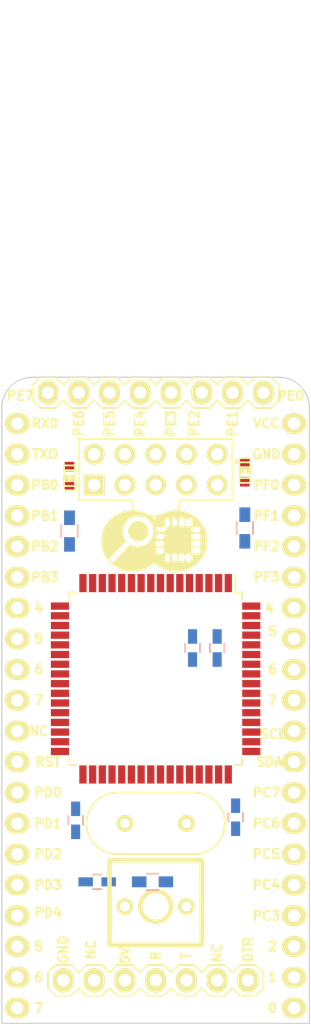
<source format=kicad_pcb>
(kicad_pcb (version 4) (host pcbnew "(2015-01-16 BZR 5376)-product")

  (general
    (links 85)
    (no_connects 85)
    (area 65.989999 43.129999 91.490001 96.570001)
    (thickness 1.6)
    (drawings 65)
    (tracks 0)
    (zones 0)
    (modules 21)
    (nets 69)
  )

  (page A4)
  (layers
    (0 F.Cu signal)
    (31 B.Cu signal)
    (32 B.Adhes user)
    (33 F.Adhes user)
    (34 B.Paste user)
    (35 F.Paste user)
    (36 B.SilkS user)
    (37 F.SilkS user)
    (38 B.Mask user)
    (39 F.Mask user)
    (40 Dwgs.User user)
    (41 Cmts.User user)
    (42 Eco1.User user)
    (43 Eco2.User user)
    (44 Edge.Cuts user)
  )

  (setup
    (last_trace_width 0.254)
    (user_trace_width 0.3048)
    (user_trace_width 0.381)
    (user_trace_width 0.508)
    (user_trace_width 0.635)
    (user_trace_width 0.762)
    (user_trace_width 0.889)
    (user_trace_width 1.016)
    (user_trace_width 1.143)
    (user_trace_width 1.27)
    (trace_clearance 0.1778)
    (zone_clearance 0.508)
    (zone_45_only no)
    (trace_min 0.254)
    (segment_width 0.2)
    (edge_width 0.1)
    (via_size 0.889)
    (via_drill 0.635)
    (via_min_size 0.889)
    (via_min_drill 0.508)
    (user_via 1.5 0.85)
    (uvia_size 0.508)
    (uvia_drill 0.127)
    (uvias_allowed no)
    (uvia_min_size 0.508)
    (uvia_min_drill 0.127)
    (pcb_text_width 0.3)
    (pcb_text_size 1.5 1.5)
    (mod_edge_width 0.15)
    (mod_text_size 1 1)
    (mod_text_width 0.15)
    (pad_size 2.032 1.7272)
    (pad_drill 1.016)
    (pad_to_mask_clearance 0)
    (aux_axis_origin 0 0)
    (visible_elements 7FFEF7FF)
    (pcbplotparams
      (layerselection 0x00030_80000001)
      (usegerberextensions false)
      (excludeedgelayer false)
      (linewidth 0.150000)
      (plotframeref false)
      (viasonmask false)
      (mode 1)
      (useauxorigin false)
      (hpglpennumber 1)
      (hpglpenspeed 20)
      (hpglpendiameter 15)
      (hpglpenoverlay 2)
      (psnegative false)
      (psa4output false)
      (plotreference true)
      (plotvalue true)
      (plotinvisibletext false)
      (padsonsilk false)
      (subtractmaskfromsilk false)
      (outputformat 1)
      (mirror false)
      (drillshape 0)
      (scaleselection 1)
      (outputdirectory Gerber/))
  )

  (net 0 "")
  (net 1 /+5V)
  (net 2 /RST)
  (net 3 /RX0)
  (net 4 /SCK)
  (net 5 /TX0)
  (net 6 GND)
  (net 7 "Net-(C1-Pad2)")
  (net 8 "Net-(C2-Pad2)")
  (net 9 "Net-(D1-Pad2)")
  (net 10 "Net-(D3-Pad1)")
  (net 11 "Net-(IC1-Pad10)")
  (net 12 "Net-(IC1-Pad12)")
  (net 13 "Net-(IC1-Pad13)")
  (net 14 "Net-(IC1-Pad14)")
  (net 15 "Net-(IC1-Pad15)")
  (net 16 "Net-(IC1-Pad16)")
  (net 17 "Net-(IC1-Pad17)")
  (net 18 "Net-(IC1-Pad27)")
  (net 19 "Net-(IC1-Pad28)")
  (net 20 "Net-(IC1-Pad29)")
  (net 21 "Net-(IC1-Pad30)")
  (net 22 "Net-(IC1-Pad31)")
  (net 23 "Net-(IC1-Pad32)")
  (net 24 "Net-(IC1-Pad35)")
  (net 25 "Net-(IC1-Pad36)")
  (net 26 "Net-(IC1-Pad37)")
  (net 27 "Net-(IC1-Pad38)")
  (net 28 "Net-(IC1-Pad39)")
  (net 29 "Net-(IC1-Pad4)")
  (net 30 "Net-(IC1-Pad40)")
  (net 31 "Net-(IC1-Pad41)")
  (net 32 "Net-(IC1-Pad42)")
  (net 33 "Net-(IC1-Pad44)")
  (net 34 "Net-(IC1-Pad45)")
  (net 35 "Net-(IC1-Pad46)")
  (net 36 "Net-(IC1-Pad47)")
  (net 37 "Net-(IC1-Pad48)")
  (net 38 "Net-(IC1-Pad49)")
  (net 39 "Net-(IC1-Pad5)")
  (net 40 "Net-(IC1-Pad50)")
  (net 41 "Net-(IC1-Pad51)")
  (net 42 "Net-(IC1-Pad54)")
  (net 43 "Net-(IC1-Pad55)")
  (net 44 "Net-(IC1-Pad56)")
  (net 45 "Net-(IC1-Pad57)")
  (net 46 "Net-(IC1-Pad58)")
  (net 47 "Net-(IC1-Pad59)")
  (net 48 "Net-(IC1-Pad6)")
  (net 49 "Net-(IC1-Pad60)")
  (net 50 "Net-(IC1-Pad61)")
  (net 51 "Net-(IC1-Pad7)")
  (net 52 "Net-(IC1-Pad8)")
  (net 53 "Net-(IC1-Pad9)")
  (net 54 "Net-(IC1-Pad1)")
  (net 55 "Net-(IC1-Pad18)")
  (net 56 "Net-(IC1-Pad19)")
  (net 57 "Net-(IC1-Pad33)")
  (net 58 "Net-(IC1-Pad34)")
  (net 59 "Net-(IC1-Pad43)")
  (net 60 "Net-(P6-Pad2)")
  (net 61 "Net-(P6-Pad6)")
  (net 62 "Net-(P8-Pad3)")
  (net 63 "Net-(P8-Pad4)")
  (net 64 "Net-(P8-Pad6)")
  (net 65 "Net-(C5-Pad2)")
  (net 66 "Net-(P2-Pad1)")
  (net 67 /SCL)
  (net 68 /SDA)

  (net_class Default "This is the default net class."
    (clearance 0.1778)
    (trace_width 0.254)
    (via_dia 0.889)
    (via_drill 0.635)
    (uvia_dia 0.508)
    (uvia_drill 0.127)
    (add_net /+5V)
    (add_net /RST)
    (add_net /RX0)
    (add_net /SCK)
    (add_net /SCL)
    (add_net /SDA)
    (add_net /TX0)
    (add_net GND)
    (add_net "Net-(C1-Pad2)")
    (add_net "Net-(C2-Pad2)")
    (add_net "Net-(C5-Pad2)")
    (add_net "Net-(D1-Pad2)")
    (add_net "Net-(D3-Pad1)")
    (add_net "Net-(IC1-Pad1)")
    (add_net "Net-(IC1-Pad10)")
    (add_net "Net-(IC1-Pad12)")
    (add_net "Net-(IC1-Pad13)")
    (add_net "Net-(IC1-Pad14)")
    (add_net "Net-(IC1-Pad15)")
    (add_net "Net-(IC1-Pad16)")
    (add_net "Net-(IC1-Pad17)")
    (add_net "Net-(IC1-Pad18)")
    (add_net "Net-(IC1-Pad19)")
    (add_net "Net-(IC1-Pad27)")
    (add_net "Net-(IC1-Pad28)")
    (add_net "Net-(IC1-Pad29)")
    (add_net "Net-(IC1-Pad30)")
    (add_net "Net-(IC1-Pad31)")
    (add_net "Net-(IC1-Pad32)")
    (add_net "Net-(IC1-Pad33)")
    (add_net "Net-(IC1-Pad34)")
    (add_net "Net-(IC1-Pad35)")
    (add_net "Net-(IC1-Pad36)")
    (add_net "Net-(IC1-Pad37)")
    (add_net "Net-(IC1-Pad38)")
    (add_net "Net-(IC1-Pad39)")
    (add_net "Net-(IC1-Pad4)")
    (add_net "Net-(IC1-Pad40)")
    (add_net "Net-(IC1-Pad41)")
    (add_net "Net-(IC1-Pad42)")
    (add_net "Net-(IC1-Pad43)")
    (add_net "Net-(IC1-Pad44)")
    (add_net "Net-(IC1-Pad45)")
    (add_net "Net-(IC1-Pad46)")
    (add_net "Net-(IC1-Pad47)")
    (add_net "Net-(IC1-Pad48)")
    (add_net "Net-(IC1-Pad49)")
    (add_net "Net-(IC1-Pad5)")
    (add_net "Net-(IC1-Pad50)")
    (add_net "Net-(IC1-Pad51)")
    (add_net "Net-(IC1-Pad54)")
    (add_net "Net-(IC1-Pad55)")
    (add_net "Net-(IC1-Pad56)")
    (add_net "Net-(IC1-Pad57)")
    (add_net "Net-(IC1-Pad58)")
    (add_net "Net-(IC1-Pad59)")
    (add_net "Net-(IC1-Pad6)")
    (add_net "Net-(IC1-Pad60)")
    (add_net "Net-(IC1-Pad61)")
    (add_net "Net-(IC1-Pad7)")
    (add_net "Net-(IC1-Pad8)")
    (add_net "Net-(IC1-Pad9)")
    (add_net "Net-(P2-Pad1)")
    (add_net "Net-(P6-Pad2)")
    (add_net "Net-(P6-Pad6)")
    (add_net "Net-(P8-Pad3)")
    (add_net "Net-(P8-Pad4)")
    (add_net "Net-(P8-Pad6)")
  )

  (module Pin_Headers:Pin_Header_Straight_1x08 (layer F.Cu) (tedit 5799DC01) (tstamp 5796F3C3)
    (at 87.63 44.45 270)
    (descr "Through hole pin header")
    (tags "pin header")
    (path /5553097E)
    (fp_text reference J2 (at 3.81 0.254 270) (layer F.SilkS) hide
      (effects (font (size 1 1) (thickness 0.15)))
    )
    (fp_text value SIL8 (at 0 -3.1 270) (layer F.SilkS) hide
      (effects (font (size 1 1) (thickness 0.15)))
    )
    (fp_line (start -0.635 19.05) (end 0.635 19.05) (layer F.SilkS) (width 0.15))
    (fp_line (start 0.635 19.05) (end 1.27 18.415) (layer F.SilkS) (width 0.15))
    (fp_line (start 1.27 18.415) (end 1.27 17.145) (layer F.SilkS) (width 0.15))
    (fp_line (start 1.27 17.145) (end 0.635 16.51) (layer F.SilkS) (width 0.15))
    (fp_line (start 0.635 16.51) (end 1.27 15.875) (layer F.SilkS) (width 0.15))
    (fp_line (start 1.27 15.875) (end 1.27 14.605) (layer F.SilkS) (width 0.15))
    (fp_line (start 1.27 14.605) (end 0.635 13.97) (layer F.SilkS) (width 0.15))
    (fp_line (start 0.635 13.97) (end 1.27 13.335) (layer F.SilkS) (width 0.15))
    (fp_line (start 1.27 13.335) (end 1.27 12.065) (layer F.SilkS) (width 0.15))
    (fp_line (start 1.27 12.065) (end 0.635 11.43) (layer F.SilkS) (width 0.15))
    (fp_line (start 0.635 11.43) (end 1.27 10.795) (layer F.SilkS) (width 0.15))
    (fp_line (start 1.27 10.795) (end 1.27 9.525) (layer F.SilkS) (width 0.15))
    (fp_line (start 1.27 9.525) (end 0.635 8.89) (layer F.SilkS) (width 0.15))
    (fp_line (start 0.635 8.89) (end 1.27 8.255) (layer F.SilkS) (width 0.15))
    (fp_line (start 1.27 8.255) (end 1.27 6.985) (layer F.SilkS) (width 0.15))
    (fp_line (start 1.27 6.985) (end 0.635 6.35) (layer F.SilkS) (width 0.15))
    (fp_line (start 0.635 6.35) (end 1.27 5.715) (layer F.SilkS) (width 0.15))
    (fp_line (start 1.27 5.715) (end 1.27 4.445) (layer F.SilkS) (width 0.15))
    (fp_line (start 1.27 4.445) (end 0.635 3.81) (layer F.SilkS) (width 0.15))
    (fp_line (start 0.635 3.81) (end 1.27 3.175) (layer F.SilkS) (width 0.15))
    (fp_line (start 1.27 3.175) (end 1.27 1.905) (layer F.SilkS) (width 0.15))
    (fp_line (start 1.27 1.905) (end 0.635 1.27) (layer F.SilkS) (width 0.15))
    (fp_line (start 0.635 1.27) (end 1.27 0.635) (layer F.SilkS) (width 0.15))
    (fp_line (start 1.27 0.635) (end 1.27 -0.635) (layer F.SilkS) (width 0.15))
    (fp_line (start 1.27 -0.635) (end 0.635 -1.27) (layer F.SilkS) (width 0.15))
    (fp_line (start 0.635 -1.27) (end -0.635 -1.27) (layer F.SilkS) (width 0.15))
    (fp_line (start -0.635 -1.27) (end -1.27 -0.635) (layer F.SilkS) (width 0.15))
    (fp_line (start -1.27 -0.635) (end -1.27 0.635) (layer F.SilkS) (width 0.15))
    (fp_line (start -1.27 0.635) (end -0.635 1.27) (layer F.SilkS) (width 0.15))
    (fp_line (start -0.635 1.27) (end -1.27 1.905) (layer F.SilkS) (width 0.15))
    (fp_line (start -1.27 1.905) (end -1.27 3.175) (layer F.SilkS) (width 0.15))
    (fp_line (start -1.27 3.175) (end -0.635 3.81) (layer F.SilkS) (width 0.15))
    (fp_line (start -0.635 3.81) (end -1.27 4.445) (layer F.SilkS) (width 0.15))
    (fp_line (start -1.27 4.445) (end -1.27 5.715) (layer F.SilkS) (width 0.15))
    (fp_line (start -1.27 5.715) (end -0.635 6.35) (layer F.SilkS) (width 0.15))
    (fp_line (start -0.635 6.35) (end -1.27 6.985) (layer F.SilkS) (width 0.15))
    (fp_line (start -1.27 6.985) (end -1.27 8.255) (layer F.SilkS) (width 0.15))
    (fp_line (start -1.27 8.255) (end -0.635 8.89) (layer F.SilkS) (width 0.15))
    (fp_line (start -0.635 8.89) (end -1.27 9.525) (layer F.SilkS) (width 0.15))
    (fp_line (start -1.27 9.525) (end -1.27 10.795) (layer F.SilkS) (width 0.15))
    (fp_line (start -1.27 10.795) (end -0.635 11.43) (layer F.SilkS) (width 0.15))
    (fp_line (start -0.635 11.43) (end -1.27 12.065) (layer F.SilkS) (width 0.15))
    (fp_line (start -1.27 12.065) (end -1.27 13.335) (layer F.SilkS) (width 0.15))
    (fp_line (start -1.27 13.335) (end -0.635 13.97) (layer F.SilkS) (width 0.15))
    (fp_line (start -0.635 13.97) (end -1.27 14.605) (layer F.SilkS) (width 0.15))
    (fp_line (start -1.27 14.605) (end -1.27 15.875) (layer F.SilkS) (width 0.15))
    (fp_line (start -1.27 15.875) (end -0.635 16.51) (layer F.SilkS) (width 0.15))
    (fp_line (start -0.635 16.51) (end -1.27 17.145) (layer F.SilkS) (width 0.15))
    (fp_line (start -1.27 17.145) (end -1.27 18.415) (layer F.SilkS) (width 0.15))
    (fp_line (start -1.27 18.415) (end -0.635 19.05) (layer F.SilkS) (width 0.15))
    (pad 1 thru_hole oval (at 0 0 270) (size 2.032 1.7272) (drill 1.016) (layers *.Cu *.Mask F.SilkS)
      (net 3 /RX0))
    (pad 2 thru_hole oval (at 0 2.54 270) (size 2.032 1.7272) (drill 1.016) (layers *.Cu *.Mask F.SilkS)
      (net 5 /TX0))
    (pad 3 thru_hole oval (at 0 5.08 270) (size 2.032 1.7272) (drill 1.016) (layers *.Cu *.Mask F.SilkS)
      (net 29 "Net-(IC1-Pad4)"))
    (pad 4 thru_hole oval (at 0 7.62 270) (size 2.032 1.7272) (drill 1.016) (layers *.Cu *.Mask F.SilkS)
      (net 39 "Net-(IC1-Pad5)"))
    (pad 5 thru_hole oval (at 0 10.16 270) (size 2.032 1.7272) (drill 1.016) (layers *.Cu *.Mask F.SilkS)
      (net 48 "Net-(IC1-Pad6)"))
    (pad 6 thru_hole oval (at 0 12.7 270) (size 2.032 1.7272) (drill 1.016) (layers *.Cu *.Mask F.SilkS)
      (net 51 "Net-(IC1-Pad7)"))
    (pad 7 thru_hole oval (at 0 15.24 270) (size 2.032 1.7272) (drill 1.016) (layers *.Cu *.Mask F.SilkS)
      (net 52 "Net-(IC1-Pad8)"))
    (pad 8 thru_hole oval (at 0 17.78 270) (size 2.032 1.7272) (drill 1.016) (layers *.Cu *.Mask F.SilkS)
      (net 53 "Net-(IC1-Pad9)"))
    (model Pin_Headers.3dshapes/Pin_Header_Straight_1x08.wrl
      (at (xyz 0 -0.35 0))
      (scale (xyz 1 1 1))
      (rotate (xyz 0 0 90))
    )
  )

  (module Pin_Headers:Pin_Header_Straight_1x07 (layer F.Cu) (tedit 5799DBF5) (tstamp 5796F43F)
    (at 71.12 92.964 90)
    (descr "Through hole pin header")
    (tags "pin header")
    (path /5569E83B)
    (fp_text reference P6 (at -2.54 -1.016 90) (layer F.SilkS) hide
      (effects (font (size 1 1) (thickness 0.15)))
    )
    (fp_text value CONN_7 (at 0 -3.1 90) (layer F.Fab)
      (effects (font (size 1 1) (thickness 0.15)))
    )
    (fp_line (start -0.635 6.35) (end -1.27 6.985) (layer F.SilkS) (width 0.15))
    (fp_line (start -1.27 6.985) (end -1.27 8.255) (layer F.SilkS) (width 0.15))
    (fp_line (start -1.27 8.255) (end -0.635 8.89) (layer F.SilkS) (width 0.15))
    (fp_line (start -0.635 8.89) (end -1.27 9.525) (layer F.SilkS) (width 0.15))
    (fp_line (start -1.27 9.525) (end -1.27 10.795) (layer F.SilkS) (width 0.15))
    (fp_line (start -1.27 10.795) (end -0.635 11.43) (layer F.SilkS) (width 0.15))
    (fp_line (start -0.635 11.43) (end -1.27 12.065) (layer F.SilkS) (width 0.15))
    (fp_line (start -1.27 12.065) (end -1.27 13.335) (layer F.SilkS) (width 0.15))
    (fp_line (start -1.27 13.335) (end -0.635 13.97) (layer F.SilkS) (width 0.15))
    (fp_line (start -0.635 13.97) (end -1.27 14.605) (layer F.SilkS) (width 0.15))
    (fp_line (start -1.27 14.605) (end -1.27 15.875) (layer F.SilkS) (width 0.15))
    (fp_line (start -1.27 15.875) (end -0.635 16.51) (layer F.SilkS) (width 0.15))
    (fp_line (start -0.635 16.51) (end 0.635 16.51) (layer F.SilkS) (width 0.15))
    (fp_line (start 0.635 16.51) (end 1.27 15.875) (layer F.SilkS) (width 0.15))
    (fp_line (start 1.27 15.875) (end 1.27 14.605) (layer F.SilkS) (width 0.15))
    (fp_line (start 1.27 14.605) (end 0.635 13.97) (layer F.SilkS) (width 0.15))
    (fp_line (start 0.635 13.97) (end 1.27 13.335) (layer F.SilkS) (width 0.15))
    (fp_line (start 1.27 13.335) (end 1.27 12.065) (layer F.SilkS) (width 0.15))
    (fp_line (start 1.27 12.065) (end 0.635 11.43) (layer F.SilkS) (width 0.15))
    (fp_line (start 0.635 11.43) (end 1.27 10.795) (layer F.SilkS) (width 0.15))
    (fp_line (start 1.27 10.795) (end 1.27 9.525) (layer F.SilkS) (width 0.15))
    (fp_line (start 1.27 9.525) (end 0.635 8.89) (layer F.SilkS) (width 0.15))
    (fp_line (start 0.635 8.89) (end 1.27 8.255) (layer F.SilkS) (width 0.15))
    (fp_line (start 1.27 8.255) (end 1.27 6.985) (layer F.SilkS) (width 0.15))
    (fp_line (start 1.27 6.985) (end 0.635 6.35) (layer F.SilkS) (width 0.15))
    (fp_line (start 0.635 6.35) (end 1.27 5.715) (layer F.SilkS) (width 0.15))
    (fp_line (start 1.27 5.715) (end 1.27 4.445) (layer F.SilkS) (width 0.15))
    (fp_line (start 1.27 4.445) (end 0.635 3.81) (layer F.SilkS) (width 0.15))
    (fp_line (start 0.635 3.81) (end 1.27 3.175) (layer F.SilkS) (width 0.15))
    (fp_line (start 1.27 3.175) (end 1.27 1.905) (layer F.SilkS) (width 0.15))
    (fp_line (start 1.27 1.905) (end 0.635 1.27) (layer F.SilkS) (width 0.15))
    (fp_line (start 0.635 1.27) (end 1.27 0.635) (layer F.SilkS) (width 0.15))
    (fp_line (start 1.27 0.635) (end 1.27 -0.635) (layer F.SilkS) (width 0.15))
    (fp_line (start 1.27 -0.635) (end 0.635 -1.27) (layer F.SilkS) (width 0.15))
    (fp_line (start 0.635 -1.27) (end -0.635 -1.27) (layer F.SilkS) (width 0.15))
    (fp_line (start -0.635 -1.27) (end -1.27 -0.635) (layer F.SilkS) (width 0.15))
    (fp_line (start -1.27 -0.635) (end -1.27 0.635) (layer F.SilkS) (width 0.15))
    (fp_line (start -1.27 0.635) (end -0.635 1.27) (layer F.SilkS) (width 0.15))
    (fp_line (start -0.635 1.27) (end -1.27 1.905) (layer F.SilkS) (width 0.15))
    (fp_line (start -1.27 1.905) (end -1.27 3.175) (layer F.SilkS) (width 0.15))
    (fp_line (start -1.27 3.175) (end -0.635 3.81) (layer F.SilkS) (width 0.15))
    (fp_line (start -0.635 3.81) (end -1.27 4.445) (layer F.SilkS) (width 0.15))
    (fp_line (start -1.27 4.445) (end -1.27 5.715) (layer F.SilkS) (width 0.15))
    (fp_line (start -1.27 5.715) (end -0.635 6.35) (layer F.SilkS) (width 0.15))
    (pad 1 thru_hole oval (at 0 0 90) (size 2.032 1.7272) (drill 1.016) (layers *.Cu *.Mask F.SilkS)
      (net 6 GND))
    (pad 2 thru_hole oval (at 0 2.54 90) (size 2.032 1.7272) (drill 1.016) (layers *.Cu *.Mask F.SilkS)
      (net 60 "Net-(P6-Pad2)"))
    (pad 3 thru_hole oval (at 0 5.08 90) (size 2.032 1.7272) (drill 1.016) (layers *.Cu *.Mask F.SilkS)
      (net 1 /+5V))
    (pad 4 thru_hole oval (at 0 7.62 90) (size 2.032 1.7272) (drill 1.016) (layers *.Cu *.Mask F.SilkS)
      (net 3 /RX0))
    (pad 5 thru_hole oval (at 0 10.16 90) (size 2.032 1.7272) (drill 1.016) (layers *.Cu *.Mask F.SilkS)
      (net 5 /TX0))
    (pad 6 thru_hole oval (at 0 12.7 90) (size 2.032 1.7272) (drill 1.016) (layers *.Cu *.Mask F.SilkS)
      (net 61 "Net-(P6-Pad6)"))
    (pad 7 thru_hole oval (at 0 15.24 90) (size 2.032 1.7272) (drill 1.016) (layers *.Cu *.Mask F.SilkS)
      (net 65 "Net-(C5-Pad2)"))
    (model Pin_Headers.3dshapes/Pin_Header_Straight_1x07.wrl
      (at (xyz 0 -0.3 0))
      (scale (xyz 1 1 1))
      (rotate (xyz 0 0 90))
    )
  )

  (module Pin_Headers:Pin_Header_Straight_1x10 (layer F.Cu) (tedit 5799DC00) (tstamp 5796F409)
    (at 90.17 46.99)
    (descr "Through hole pin header")
    (tags "pin header")
    (path /55535889)
    (fp_text reference P3 (at -3.556 -0.254) (layer F.SilkS) hide
      (effects (font (size 1 1) (thickness 0.15)))
    )
    (fp_text value CONN_10 (at 0 -3.1) (layer F.SilkS) hide
      (effects (font (size 1 1) (thickness 0.15)))
    )
    (pad 1 thru_hole oval (at 0 0) (size 2.032 1.7272) (drill 1.016) (layers *.Cu *.Mask F.SilkS)
      (net 1 /+5V))
    (pad 2 thru_hole oval (at 0 2.54) (size 2.032 1.7272) (drill 1.016) (layers *.Cu *.Mask F.SilkS)
      (net 6 GND))
    (pad 3 thru_hole oval (at 0 5.08) (size 2.032 1.7272) (drill 1.016) (layers *.Cu *.Mask F.SilkS)
      (net 50 "Net-(IC1-Pad61)"))
    (pad 4 thru_hole oval (at 0 7.62) (size 2.032 1.7272) (drill 1.016) (layers *.Cu *.Mask F.SilkS)
      (net 49 "Net-(IC1-Pad60)"))
    (pad 5 thru_hole oval (at 0 10.16) (size 2.032 1.7272) (drill 1.016) (layers *.Cu *.Mask F.SilkS)
      (net 47 "Net-(IC1-Pad59)"))
    (pad 6 thru_hole oval (at 0 12.7) (size 2.032 1.7272) (drill 1.016) (layers *.Cu *.Mask F.SilkS)
      (net 46 "Net-(IC1-Pad58)"))
    (pad 7 thru_hole oval (at 0 15.24) (size 2.032 1.7272) (drill 1.016) (layers *.Cu *.Mask F.SilkS)
      (net 45 "Net-(IC1-Pad57)"))
    (pad 8 thru_hole oval (at 0 17.78) (size 2.032 1.7272) (drill 1.016) (layers *.Cu *.Mask F.SilkS)
      (net 44 "Net-(IC1-Pad56)"))
    (pad 9 thru_hole oval (at 0 20.32) (size 2.032 1.7272) (drill 1.016) (layers *.Cu *.Mask F.SilkS)
      (net 43 "Net-(IC1-Pad55)"))
    (pad 10 thru_hole oval (at 0 22.86) (size 2.032 1.7272) (drill 1.016) (layers *.Cu *.Mask F.SilkS)
      (net 42 "Net-(IC1-Pad54)"))
    (model Pin_Headers.3dshapes/Pin_Header_Straight_1x10.wrl
      (at (xyz 0 -0.45 0))
      (scale (xyz 1 1 1))
      (rotate (xyz 0 0 90))
    )
  )

  (module Pin_Headers:Pin_Header_Straight_1x10 (layer F.Cu) (tedit 5799DBF4) (tstamp 5796F421)
    (at 90.17 95.25 180)
    (descr "Through hole pin header")
    (tags "pin header")
    (path /555352F0)
    (fp_text reference P4 (at 2.032 0 180) (layer F.SilkS) hide
      (effects (font (size 1 1) (thickness 0.15)))
    )
    (fp_text value CONN_10 (at 0 -3.1 180) (layer F.SilkS) hide
      (effects (font (size 1 1) (thickness 0.15)))
    )
    (pad 1 thru_hole oval (at 0 0 180) (size 2.032 1.7272) (drill 1.016) (layers *.Cu *.Mask F.SilkS)
      (net 24 "Net-(IC1-Pad35)"))
    (pad 2 thru_hole oval (at 0 2.54 180) (size 2.032 1.7272) (drill 1.016) (layers *.Cu *.Mask F.SilkS)
      (net 25 "Net-(IC1-Pad36)"))
    (pad 3 thru_hole oval (at 0 5.08 180) (size 2.032 1.7272) (drill 1.016) (layers *.Cu *.Mask F.SilkS)
      (net 26 "Net-(IC1-Pad37)"))
    (pad 4 thru_hole oval (at 0 7.62 180) (size 2.032 1.7272) (drill 1.016) (layers *.Cu *.Mask F.SilkS)
      (net 27 "Net-(IC1-Pad38)"))
    (pad 5 thru_hole oval (at 0 10.16 180) (size 2.032 1.7272) (drill 1.016) (layers *.Cu *.Mask F.SilkS)
      (net 28 "Net-(IC1-Pad39)"))
    (pad 6 thru_hole oval (at 0 12.7 180) (size 2.032 1.7272) (drill 1.016) (layers *.Cu *.Mask F.SilkS)
      (net 30 "Net-(IC1-Pad40)"))
    (pad 7 thru_hole oval (at 0 15.24 180) (size 2.032 1.7272) (drill 1.016) (layers *.Cu *.Mask F.SilkS)
      (net 31 "Net-(IC1-Pad41)"))
    (pad 8 thru_hole oval (at 0 17.78 180) (size 2.032 1.7272) (drill 1.016) (layers *.Cu *.Mask F.SilkS)
      (net 32 "Net-(IC1-Pad42)"))
    (pad 9 thru_hole oval (at 0 20.32 180) (size 2.032 1.7272) (drill 1.016) (layers *.Cu *.Mask F.SilkS)
      (net 68 /SDA))
    (pad 10 thru_hole oval (at 0 22.86 180) (size 2.032 1.7272) (drill 1.016) (layers *.Cu *.Mask F.SilkS)
      (net 67 /SCL))
    (model Pin_Headers.3dshapes/Pin_Header_Straight_1x10.wrl
      (at (xyz 0 -0.45 0))
      (scale (xyz 1 1 1))
      (rotate (xyz 0 0 90))
    )
  )

  (module Pin_Headers:Pin_Header_Straight_1x10 (layer F.Cu) (tedit 5799DBF9) (tstamp 5796F3F1)
    (at 67.31 72.39)
    (descr "Through hole pin header")
    (tags "pin header")
    (path /55534E5C)
    (fp_text reference P2 (at 4.572 4.318) (layer F.SilkS) hide
      (effects (font (size 1 1) (thickness 0.15)))
    )
    (fp_text value CONN_10 (at 0 -3.1) (layer F.SilkS) hide
      (effects (font (size 1 1) (thickness 0.15)))
    )
    (pad 1 thru_hole oval (at 0 0) (size 2.032 1.7272) (drill 1.016) (layers *.Cu *.Mask F.SilkS)
      (net 66 "Net-(P2-Pad1)"))
    (pad 2 thru_hole oval (at 0 2.54) (size 2.032 1.7272) (drill 1.016) (layers *.Cu *.Mask F.SilkS)
      (net 2 /RST))
    (pad 3 thru_hole oval (at 0 5.08) (size 2.032 1.7272) (drill 1.016) (layers *.Cu *.Mask F.SilkS)
      (net 67 /SCL))
    (pad 4 thru_hole oval (at 0 7.62) (size 2.032 1.7272) (drill 1.016) (layers *.Cu *.Mask F.SilkS)
      (net 68 /SDA))
    (pad 5 thru_hole oval (at 0 10.16) (size 2.032 1.7272) (drill 1.016) (layers *.Cu *.Mask F.SilkS)
      (net 18 "Net-(IC1-Pad27)"))
    (pad 6 thru_hole oval (at 0 12.7) (size 2.032 1.7272) (drill 1.016) (layers *.Cu *.Mask F.SilkS)
      (net 19 "Net-(IC1-Pad28)"))
    (pad 7 thru_hole oval (at 0 15.24) (size 2.032 1.7272) (drill 1.016) (layers *.Cu *.Mask F.SilkS)
      (net 20 "Net-(IC1-Pad29)"))
    (pad 8 thru_hole oval (at 0 17.78) (size 2.032 1.7272) (drill 1.016) (layers *.Cu *.Mask F.SilkS)
      (net 21 "Net-(IC1-Pad30)"))
    (pad 9 thru_hole oval (at 0 20.32) (size 2.032 1.7272) (drill 1.016) (layers *.Cu *.Mask F.SilkS)
      (net 22 "Net-(IC1-Pad31)"))
    (pad 10 thru_hole oval (at 0 22.86) (size 2.032 1.7272) (drill 1.016) (layers *.Cu *.Mask F.SilkS)
      (net 23 "Net-(IC1-Pad32)"))
    (model Pin_Headers.3dshapes/Pin_Header_Straight_1x10.wrl
      (at (xyz 0 -0.45 0))
      (scale (xyz 1 1 1))
      (rotate (xyz 0 0 90))
    )
  )

  (module Pin_Headers:Pin_Header_Straight_1x10 (layer F.Cu) (tedit 5799DBFE) (tstamp 5796F3D9)
    (at 67.31 46.99)
    (descr "Through hole pin header")
    (tags "pin header")
    (path /55535086)
    (fp_text reference P1 (at 2.032 1.016) (layer F.SilkS) hide
      (effects (font (size 1 1) (thickness 0.15)))
    )
    (fp_text value CONN_10 (at 0 -3.1) (layer F.SilkS) hide
      (effects (font (size 1 1) (thickness 0.15)))
    )
    (pad 1 thru_hole oval (at 0 0) (size 2.032 1.7272) (drill 1.016) (layers *.Cu *.Mask F.SilkS)
      (net 3 /RX0))
    (pad 2 thru_hole oval (at 0 2.54) (size 2.032 1.7272) (drill 1.016) (layers *.Cu *.Mask F.SilkS)
      (net 5 /TX0))
    (pad 3 thru_hole oval (at 0 5.08) (size 2.032 1.7272) (drill 1.016) (layers *.Cu *.Mask F.SilkS)
      (net 11 "Net-(IC1-Pad10)"))
    (pad 4 thru_hole oval (at 0 7.62) (size 2.032 1.7272) (drill 1.016) (layers *.Cu *.Mask F.SilkS)
      (net 4 /SCK))
    (pad 5 thru_hole oval (at 0 10.16) (size 2.032 1.7272) (drill 1.016) (layers *.Cu *.Mask F.SilkS)
      (net 12 "Net-(IC1-Pad12)"))
    (pad 6 thru_hole oval (at 0 12.7) (size 2.032 1.7272) (drill 1.016) (layers *.Cu *.Mask F.SilkS)
      (net 13 "Net-(IC1-Pad13)"))
    (pad 7 thru_hole oval (at 0 15.24) (size 2.032 1.7272) (drill 1.016) (layers *.Cu *.Mask F.SilkS)
      (net 14 "Net-(IC1-Pad14)"))
    (pad 8 thru_hole oval (at 0 17.78) (size 2.032 1.7272) (drill 1.016) (layers *.Cu *.Mask F.SilkS)
      (net 15 "Net-(IC1-Pad15)"))
    (pad 9 thru_hole oval (at 0 20.32) (size 2.032 1.7272) (drill 1.016) (layers *.Cu *.Mask F.SilkS)
      (net 16 "Net-(IC1-Pad16)"))
    (pad 10 thru_hole oval (at 0 22.86) (size 2.032 1.7272) (drill 1.016) (layers *.Cu *.Mask F.SilkS)
      (net 17 "Net-(IC1-Pad17)"))
    (model Pin_Headers.3dshapes/Pin_Header_Straight_1x10.wrl
      (at (xyz 0 -0.45 0))
      (scale (xyz 1 1 1))
      (rotate (xyz 0 0 90))
    )
  )

  (module Pin_Headers:Pin_Header_Straight_2x05 (layer F.Cu) (tedit 57988E9F) (tstamp 5796F454)
    (at 73.66 52.07 90)
    (descr "Through hole pin header")
    (tags "pin header")
    (path /55530B49)
    (fp_text reference P8 (at 0 -5.1 90) (layer F.SilkS) hide
      (effects (font (size 1 1) (thickness 0.15)))
    )
    (fp_text value CONN_5X2 (at 0 -3.1 90) (layer F.SilkS) hide
      (effects (font (size 1 1) (thickness 0.15)))
    )
    (fp_line (start -1.27 3.175) (end -1.27 -1.27) (layer F.SilkS) (width 0.15))
    (fp_line (start -1.27 3.175) (end -2.54 3.175) (layer F.SilkS) (width 0.15))
    (fp_line (start -2.54 3.175) (end -2.54 3.81) (layer F.SilkS) (width 0.15))
    (fp_line (start 3.81 -1.27) (end 3.81 11.43) (layer F.SilkS) (width 0.15))
    (fp_line (start 3.81 11.43) (end -1.27 11.43) (layer F.SilkS) (width 0.15))
    (fp_line (start -1.27 11.43) (end -1.27 6.985) (layer F.SilkS) (width 0.15))
    (fp_line (start -1.27 6.985) (end -1.905 6.985) (layer F.SilkS) (width 0.15))
    (fp_line (start -1.905 6.985) (end -2.54 6.985) (layer F.SilkS) (width 0.15))
    (fp_line (start -2.54 6.985) (end -2.54 3.81) (layer F.SilkS) (width 0.15))
    (fp_line (start -1.27 -1.27) (end 3.81 -1.27) (layer F.SilkS) (width 0.15))
    (pad 1 thru_hole rect (at 0 0 90) (size 1.7272 1.7272) (drill 1.016) (layers *.Cu *.Mask F.SilkS)
      (net 3 /RX0))
    (pad 2 thru_hole oval (at 2.54 0 90) (size 1.7272 1.7272) (drill 1.016) (layers *.Cu *.Mask F.SilkS)
      (net 1 /+5V))
    (pad 3 thru_hole oval (at 0 2.54 90) (size 1.7272 1.7272) (drill 1.016) (layers *.Cu *.Mask F.SilkS)
      (net 62 "Net-(P8-Pad3)"))
    (pad 4 thru_hole oval (at 2.54 2.54 90) (size 1.7272 1.7272) (drill 1.016) (layers *.Cu *.Mask F.SilkS)
      (net 63 "Net-(P8-Pad4)"))
    (pad 5 thru_hole oval (at 0 5.08 90) (size 1.7272 1.7272) (drill 1.016) (layers *.Cu *.Mask F.SilkS)
      (net 2 /RST))
    (pad 6 thru_hole oval (at 2.54 5.08 90) (size 1.7272 1.7272) (drill 1.016) (layers *.Cu *.Mask F.SilkS)
      (net 64 "Net-(P8-Pad6)"))
    (pad 7 thru_hole oval (at 0 7.62 90) (size 1.7272 1.7272) (drill 1.016) (layers *.Cu *.Mask F.SilkS)
      (net 4 /SCK))
    (pad 8 thru_hole oval (at 2.54 7.62 90) (size 1.7272 1.7272) (drill 1.016) (layers *.Cu *.Mask F.SilkS)
      (net 6 GND))
    (pad 9 thru_hole oval (at 0 10.16 90) (size 1.7272 1.7272) (drill 1.016) (layers *.Cu *.Mask F.SilkS)
      (net 5 /TX0))
    (pad 10 thru_hole oval (at 2.54 10.16 90) (size 1.7272 1.7272) (drill 1.016) (layers *.Cu *.Mask F.SilkS)
      (net 6 GND))
    (model Pin_Headers.3dshapes/Pin_Header_Straight_2x05.wrl
      (at (xyz 0.05 -0.2 0))
      (scale (xyz 1 1 1))
      (rotate (xyz 0 0 90))
    )
  )

  (module Discret:HC-49V (layer F.Cu) (tedit 57971A46) (tstamp 55B5A9FC)
    (at 78.74 80.01)
    (descr "Quartz boitier HC-49 Vertical")
    (tags "QUARTZ DEV")
    (path /55530906)
    (fp_text reference X1 (at 0 -3.81) (layer F.SilkS) hide
      (effects (font (size 1 1) (thickness 0.15)))
    )
    (fp_text value 16Mhz (at 0 3.81) (layer F.SilkS) hide
      (effects (font (size 1 1) (thickness 0.15)))
    )
    (fp_line (start -3.175 2.54) (end 3.175 2.54) (layer F.SilkS) (width 0.15))
    (fp_line (start -3.175 -2.54) (end 3.175 -2.54) (layer F.SilkS) (width 0.15))
    (fp_arc (start 3.175 0) (end 3.175 -2.54) (angle 90) (layer F.SilkS) (width 0.15))
    (fp_arc (start 3.175 0) (end 5.715 0) (angle 90) (layer F.SilkS) (width 0.15))
    (fp_arc (start -3.175 0) (end -5.715 0) (angle 90) (layer F.SilkS) (width 0.15))
    (fp_arc (start -3.175 0) (end -3.175 2.54) (angle 90) (layer F.SilkS) (width 0.15))
    (pad 1 thru_hole circle (at -2.54 0) (size 1.4224 1.4224) (drill 0.762) (layers *.Cu *.Mask F.SilkS)
      (net 8 "Net-(C2-Pad2)"))
    (pad 2 thru_hole circle (at 2.54 0) (size 1.4224 1.4224) (drill 0.762) (layers *.Cu *.Mask F.SilkS)
      (net 7 "Net-(C1-Pad2)"))
    (model discret/HC-49V.wrl
      (at (xyz 0 0 0))
      (scale (xyz 1 1 0.2))
      (rotate (xyz 0 0 0))
    )
  )

  (module Capacitors_SMD:C_0603_HandSoldering (layer B.Cu) (tedit 57988EC8) (tstamp 5796F2EB)
    (at 85.344 79.502 90)
    (descr "Capacitor SMD 0603, hand soldering")
    (tags "capacitor 0603")
    (path /55530900)
    (attr smd)
    (fp_text reference C1 (at 0 1.9 90) (layer B.SilkS) hide
      (effects (font (size 1 1) (thickness 0.15)) (justify mirror))
    )
    (fp_text value 22PF (at 0 -1.9 90) (layer F.SilkS) hide
      (effects (font (size 1 1) (thickness 0.15)))
    )
    (fp_line (start -1.85 0.75) (end 1.85 0.75) (layer B.CrtYd) (width 0.05))
    (fp_line (start -1.85 -0.75) (end 1.85 -0.75) (layer B.CrtYd) (width 0.05))
    (fp_line (start -1.85 0.75) (end -1.85 -0.75) (layer B.CrtYd) (width 0.05))
    (fp_line (start 1.85 0.75) (end 1.85 -0.75) (layer B.CrtYd) (width 0.05))
    (fp_line (start -0.35 0.6) (end 0.35 0.6) (layer B.SilkS) (width 0.15))
    (fp_line (start 0.35 -0.6) (end -0.35 -0.6) (layer B.SilkS) (width 0.15))
    (pad 1 smd rect (at -0.95 0 90) (size 1.2 0.75) (layers B.Cu B.Paste B.Mask)
      (net 6 GND))
    (pad 2 smd rect (at 0.95 0 90) (size 1.2 0.75) (layers B.Cu B.Paste B.Mask)
      (net 7 "Net-(C1-Pad2)"))
    (model Capacitors_SMD.3dshapes/C_0603_HandSoldering.wrl
      (at (xyz 0 0 0))
      (scale (xyz 1 1 1))
      (rotate (xyz 0 0 0))
    )
  )

  (module Capacitors_SMD:C_0603_HandSoldering (layer B.Cu) (tedit 57988ED8) (tstamp 5796F2F6)
    (at 72.136 79.756 90)
    (descr "Capacitor SMD 0603, hand soldering")
    (tags "capacitor 0603")
    (path /555308FA)
    (attr smd)
    (fp_text reference C2 (at 0 1.9 90) (layer B.SilkS) hide
      (effects (font (size 1 1) (thickness 0.15)) (justify mirror))
    )
    (fp_text value 22PF (at 0 -1.9 90) (layer F.SilkS) hide
      (effects (font (size 1 1) (thickness 0.15)))
    )
    (fp_line (start -1.85 0.75) (end 1.85 0.75) (layer B.CrtYd) (width 0.05))
    (fp_line (start -1.85 -0.75) (end 1.85 -0.75) (layer B.CrtYd) (width 0.05))
    (fp_line (start -1.85 0.75) (end -1.85 -0.75) (layer B.CrtYd) (width 0.05))
    (fp_line (start 1.85 0.75) (end 1.85 -0.75) (layer B.CrtYd) (width 0.05))
    (fp_line (start -0.35 0.6) (end 0.35 0.6) (layer B.SilkS) (width 0.15))
    (fp_line (start 0.35 -0.6) (end -0.35 -0.6) (layer B.SilkS) (width 0.15))
    (pad 1 smd rect (at -0.95 0 90) (size 1.2 0.75) (layers B.Cu B.Paste B.Mask)
      (net 6 GND))
    (pad 2 smd rect (at 0.95 0 90) (size 1.2 0.75) (layers B.Cu B.Paste B.Mask)
      (net 8 "Net-(C2-Pad2)"))
    (model Capacitors_SMD.3dshapes/C_0603_HandSoldering.wrl
      (at (xyz 0 0 0))
      (scale (xyz 1 1 1))
      (rotate (xyz 0 0 0))
    )
  )

  (module Capacitors_SMD:C_0603_HandSoldering (layer B.Cu) (tedit 57988EB7) (tstamp 5796F301)
    (at 83.82 65.532 90)
    (descr "Capacitor SMD 0603, hand soldering")
    (tags "capacitor 0603")
    (path /55530B41)
    (attr smd)
    (fp_text reference C3 (at 0 1.9 90) (layer B.SilkS) hide
      (effects (font (size 1 1) (thickness 0.15)) (justify mirror))
    )
    (fp_text value 0.1uF (at 0 -1.9 90) (layer F.SilkS) hide
      (effects (font (size 1 1) (thickness 0.15)))
    )
    (fp_line (start -1.85 0.75) (end 1.85 0.75) (layer B.CrtYd) (width 0.05))
    (fp_line (start -1.85 -0.75) (end 1.85 -0.75) (layer B.CrtYd) (width 0.05))
    (fp_line (start -1.85 0.75) (end -1.85 -0.75) (layer B.CrtYd) (width 0.05))
    (fp_line (start 1.85 0.75) (end 1.85 -0.75) (layer B.CrtYd) (width 0.05))
    (fp_line (start -0.35 0.6) (end 0.35 0.6) (layer B.SilkS) (width 0.15))
    (fp_line (start 0.35 -0.6) (end -0.35 -0.6) (layer B.SilkS) (width 0.15))
    (pad 1 smd rect (at -0.95 0 90) (size 1.2 0.75) (layers B.Cu B.Paste B.Mask)
      (net 1 /+5V))
    (pad 2 smd rect (at 0.95 0 90) (size 1.2 0.75) (layers B.Cu B.Paste B.Mask)
      (net 6 GND))
    (model Capacitors_SMD.3dshapes/C_0603_HandSoldering.wrl
      (at (xyz 0 0 0))
      (scale (xyz 1 1 1))
      (rotate (xyz 0 0 0))
    )
  )

  (module Capacitors_SMD:C_0603_HandSoldering (layer B.Cu) (tedit 57988EB1) (tstamp 5796F30C)
    (at 81.788 65.532 90)
    (descr "Capacitor SMD 0603, hand soldering")
    (tags "capacitor 0603")
    (path /55530B6B)
    (attr smd)
    (fp_text reference C4 (at 0 1.9 90) (layer B.SilkS) hide
      (effects (font (size 1 1) (thickness 0.15)) (justify mirror))
    )
    (fp_text value 0.1uF (at 0 -1.9 90) (layer F.SilkS) hide
      (effects (font (size 1 1) (thickness 0.15)))
    )
    (fp_line (start -1.85 0.75) (end 1.85 0.75) (layer B.CrtYd) (width 0.05))
    (fp_line (start -1.85 -0.75) (end 1.85 -0.75) (layer B.CrtYd) (width 0.05))
    (fp_line (start -1.85 0.75) (end -1.85 -0.75) (layer B.CrtYd) (width 0.05))
    (fp_line (start 1.85 0.75) (end 1.85 -0.75) (layer B.CrtYd) (width 0.05))
    (fp_line (start -0.35 0.6) (end 0.35 0.6) (layer B.SilkS) (width 0.15))
    (fp_line (start 0.35 -0.6) (end -0.35 -0.6) (layer B.SilkS) (width 0.15))
    (pad 1 smd rect (at -0.95 0 90) (size 1.2 0.75) (layers B.Cu B.Paste B.Mask)
      (net 1 /+5V))
    (pad 2 smd rect (at 0.95 0 90) (size 1.2 0.75) (layers B.Cu B.Paste B.Mask)
      (net 6 GND))
    (model Capacitors_SMD.3dshapes/C_0603_HandSoldering.wrl
      (at (xyz 0 0 0))
      (scale (xyz 1 1 1))
      (rotate (xyz 0 0 0))
    )
  )

  (module Capacitors_SMD:C_0603_HandSoldering (layer B.Cu) (tedit 57988EDD) (tstamp 5796F322)
    (at 73.914 84.836)
    (descr "Capacitor SMD 0603, hand soldering")
    (tags "capacitor 0603")
    (path /5796F88F)
    (attr smd)
    (fp_text reference C5 (at 0 1.9) (layer B.SilkS) hide
      (effects (font (size 1 1) (thickness 0.15)) (justify mirror))
    )
    (fp_text value 0.1uF (at 0 -1.9) (layer F.SilkS) hide
      (effects (font (size 1 1) (thickness 0.15)))
    )
    (fp_line (start -1.85 0.75) (end 1.85 0.75) (layer B.CrtYd) (width 0.05))
    (fp_line (start -1.85 -0.75) (end 1.85 -0.75) (layer B.CrtYd) (width 0.05))
    (fp_line (start -1.85 0.75) (end -1.85 -0.75) (layer B.CrtYd) (width 0.05))
    (fp_line (start 1.85 0.75) (end 1.85 -0.75) (layer B.CrtYd) (width 0.05))
    (fp_line (start -0.35 0.6) (end 0.35 0.6) (layer B.SilkS) (width 0.15))
    (fp_line (start 0.35 -0.6) (end -0.35 -0.6) (layer B.SilkS) (width 0.15))
    (pad 1 smd rect (at -0.95 0) (size 1.2 0.75) (layers B.Cu B.Paste B.Mask)
      (net 2 /RST))
    (pad 2 smd rect (at 0.95 0) (size 1.2 0.75) (layers B.Cu B.Paste B.Mask)
      (net 65 "Net-(C5-Pad2)"))
    (model Capacitors_SMD.3dshapes/C_0603_HandSoldering.wrl
      (at (xyz 0 0 0))
      (scale (xyz 1 1 1))
      (rotate (xyz 0 0 0))
    )
  )

  (module EE:LED-0603_NEW (layer F.Cu) (tedit 57971A28) (tstamp 5796F323)
    (at 71.628 51.308 270)
    (descr "LED 0603 smd package")
    (tags "LED led 0603 SMD smd SMT smt smdled SMDLED smtled SMTLED")
    (path /55536098)
    (attr smd)
    (fp_text reference D1 (at 0 -1.016 270) (layer F.SilkS) hide
      (effects (font (size 0.6 0.6) (thickness 0.15)))
    )
    (fp_text value LED (at -0.004144 1.514001 270) (layer F.SilkS) hide
      (effects (font (size 1 1) (thickness 0.15)))
    )
    (fp_line (start 1.2 -0.4) (end 1.2 0.4) (layer F.SilkS) (width 0.15))
    (fp_circle (center 0.9 -0.6) (end 1 -0.7) (layer F.SilkS) (width 0.15))
    (fp_line (start 0.44958 -0.44958) (end 0.44958 0.44958) (layer F.SilkS) (width 0.15))
    (fp_line (start 0.44958 0.44958) (end 0.84836 0.44958) (layer F.SilkS) (width 0.15))
    (fp_line (start 0.84836 -0.44958) (end 0.84836 0.44958) (layer F.SilkS) (width 0.15))
    (fp_line (start 0.44958 -0.44958) (end 0.84836 -0.44958) (layer F.SilkS) (width 0.15))
    (fp_line (start -0.84836 -0.44958) (end -0.84836 0.44958) (layer F.SilkS) (width 0.15))
    (fp_line (start -0.84836 0.44958) (end -0.44958 0.44958) (layer F.SilkS) (width 0.15))
    (fp_line (start -0.44958 -0.44958) (end -0.44958 0.44958) (layer F.SilkS) (width 0.15))
    (fp_line (start -0.84836 -0.44958) (end -0.44958 -0.44958) (layer F.SilkS) (width 0.15))
    (fp_line (start 0 -0.44958) (end 0 -0.29972) (layer F.SilkS) (width 0.15))
    (fp_line (start 0 -0.29972) (end 0.29972 -0.29972) (layer F.SilkS) (width 0.15))
    (fp_line (start 0.29972 -0.44958) (end 0.29972 -0.29972) (layer F.SilkS) (width 0.15))
    (fp_line (start 0 -0.44958) (end 0.29972 -0.44958) (layer F.SilkS) (width 0.15))
    (fp_line (start 0 0.29972) (end 0 0.44958) (layer F.SilkS) (width 0.15))
    (fp_line (start 0 0.44958) (end 0.29972 0.44958) (layer F.SilkS) (width 0.15))
    (fp_line (start 0.29972 0.29972) (end 0.29972 0.44958) (layer F.SilkS) (width 0.15))
    (fp_line (start 0 0.29972) (end 0.29972 0.29972) (layer F.SilkS) (width 0.15))
    (fp_line (start 0 -0.14986) (end 0 0.14986) (layer F.SilkS) (width 0.15))
    (fp_line (start 0 0.14986) (end 0.29972 0.14986) (layer F.SilkS) (width 0.15))
    (fp_line (start 0.29972 -0.14986) (end 0.29972 0.14986) (layer F.SilkS) (width 0.15))
    (fp_line (start 0 -0.14986) (end 0.29972 -0.14986) (layer F.SilkS) (width 0.15))
    (fp_line (start 0.44958 -0.39878) (end -0.44958 -0.39878) (layer F.SilkS) (width 0.15))
    (fp_line (start 0.44958 0.39878) (end -0.44958 0.39878) (layer F.SilkS) (width 0.15))
    (pad 1 smd rect (at -0.7493 0 270) (size 0.79756 0.79756) (layers F.Cu F.Paste F.Mask)
      (net 5 /TX0))
    (pad 2 smd rect (at 0.7493 0 270) (size 0.79756 0.79756) (layers F.Cu F.Paste F.Mask)
      (net 9 "Net-(D1-Pad2)"))
  )

  (module EE:LED-0603_NEW (layer F.Cu) (tedit 57971A2B) (tstamp 5796F340)
    (at 86.106 51.054 90)
    (descr "LED 0603 smd package")
    (tags "LED led 0603 SMD smd SMT smt smdled SMDLED smtled SMTLED")
    (path /5581091F)
    (attr smd)
    (fp_text reference D3 (at 0 -1.016 90) (layer F.SilkS) hide
      (effects (font (size 0.6 0.6) (thickness 0.15)))
    )
    (fp_text value LED (at -0.004144 1.514001 90) (layer F.SilkS) hide
      (effects (font (size 1 1) (thickness 0.15)))
    )
    (fp_line (start 1.2 -0.4) (end 1.2 0.4) (layer F.SilkS) (width 0.15))
    (fp_circle (center 0.9 -0.6) (end 1 -0.7) (layer F.SilkS) (width 0.15))
    (fp_line (start 0.44958 -0.44958) (end 0.44958 0.44958) (layer F.SilkS) (width 0.15))
    (fp_line (start 0.44958 0.44958) (end 0.84836 0.44958) (layer F.SilkS) (width 0.15))
    (fp_line (start 0.84836 -0.44958) (end 0.84836 0.44958) (layer F.SilkS) (width 0.15))
    (fp_line (start 0.44958 -0.44958) (end 0.84836 -0.44958) (layer F.SilkS) (width 0.15))
    (fp_line (start -0.84836 -0.44958) (end -0.84836 0.44958) (layer F.SilkS) (width 0.15))
    (fp_line (start -0.84836 0.44958) (end -0.44958 0.44958) (layer F.SilkS) (width 0.15))
    (fp_line (start -0.44958 -0.44958) (end -0.44958 0.44958) (layer F.SilkS) (width 0.15))
    (fp_line (start -0.84836 -0.44958) (end -0.44958 -0.44958) (layer F.SilkS) (width 0.15))
    (fp_line (start 0 -0.44958) (end 0 -0.29972) (layer F.SilkS) (width 0.15))
    (fp_line (start 0 -0.29972) (end 0.29972 -0.29972) (layer F.SilkS) (width 0.15))
    (fp_line (start 0.29972 -0.44958) (end 0.29972 -0.29972) (layer F.SilkS) (width 0.15))
    (fp_line (start 0 -0.44958) (end 0.29972 -0.44958) (layer F.SilkS) (width 0.15))
    (fp_line (start 0 0.29972) (end 0 0.44958) (layer F.SilkS) (width 0.15))
    (fp_line (start 0 0.44958) (end 0.29972 0.44958) (layer F.SilkS) (width 0.15))
    (fp_line (start 0.29972 0.29972) (end 0.29972 0.44958) (layer F.SilkS) (width 0.15))
    (fp_line (start 0 0.29972) (end 0.29972 0.29972) (layer F.SilkS) (width 0.15))
    (fp_line (start 0 -0.14986) (end 0 0.14986) (layer F.SilkS) (width 0.15))
    (fp_line (start 0 0.14986) (end 0.29972 0.14986) (layer F.SilkS) (width 0.15))
    (fp_line (start 0.29972 -0.14986) (end 0.29972 0.14986) (layer F.SilkS) (width 0.15))
    (fp_line (start 0 -0.14986) (end 0.29972 -0.14986) (layer F.SilkS) (width 0.15))
    (fp_line (start 0.44958 -0.39878) (end -0.44958 -0.39878) (layer F.SilkS) (width 0.15))
    (fp_line (start 0.44958 0.39878) (end -0.44958 0.39878) (layer F.SilkS) (width 0.15))
    (pad 1 smd rect (at -0.7493 0 90) (size 0.79756 0.79756) (layers F.Cu F.Paste F.Mask)
      (net 10 "Net-(D3-Pad1)"))
    (pad 2 smd rect (at 0.7493 0 90) (size 0.79756 0.79756) (layers F.Cu F.Paste F.Mask)
      (net 6 GND))
  )

  (module Housings_QFP:LQFP-64_14x14mm_Pitch0.8mm (layer F.Cu) (tedit 57988EBD) (tstamp 5796F35D)
    (at 78.74 68.072 270)
    (descr "LQFP64: plastic low profile quad flat package; 64 leads; body 14 x 14 x 1.4 mm(see NXP sot791-1_po.pdf and sot791-1_fr.pdf)")
    (tags "QFP 0.8")
    (path /5553099A)
    (attr smd)
    (fp_text reference IC1 (at 0 -9.65 270) (layer F.SilkS) hide
      (effects (font (size 1 1) (thickness 0.15)))
    )
    (fp_text value ATMEGA128-A (at 0 9.65 270) (layer F.SilkS) hide
      (effects (font (size 1 1) (thickness 0.15)))
    )
    (fp_line (start -8.9 -8.9) (end -8.9 8.9) (layer F.CrtYd) (width 0.05))
    (fp_line (start 8.9 -8.9) (end 8.9 8.9) (layer F.CrtYd) (width 0.05))
    (fp_line (start -8.9 -8.9) (end 8.9 -8.9) (layer F.CrtYd) (width 0.05))
    (fp_line (start -8.9 8.9) (end 8.9 8.9) (layer F.CrtYd) (width 0.05))
    (fp_line (start -7.125 -7.125) (end -7.125 -6.525) (layer F.SilkS) (width 0.15))
    (fp_line (start 7.125 -7.125) (end 7.125 -6.525) (layer F.SilkS) (width 0.15))
    (fp_line (start 7.125 7.125) (end 7.125 6.525) (layer F.SilkS) (width 0.15))
    (fp_line (start -7.125 7.125) (end -7.125 6.525) (layer F.SilkS) (width 0.15))
    (fp_line (start -7.125 -7.125) (end -6.525 -7.125) (layer F.SilkS) (width 0.15))
    (fp_line (start -7.125 7.125) (end -6.525 7.125) (layer F.SilkS) (width 0.15))
    (fp_line (start 7.125 7.125) (end 6.525 7.125) (layer F.SilkS) (width 0.15))
    (fp_line (start 7.125 -7.125) (end 6.525 -7.125) (layer F.SilkS) (width 0.15))
    (fp_line (start -7.125 -6.525) (end -8.65 -6.525) (layer F.SilkS) (width 0.15))
    (pad 1 smd rect (at -7.9 -6 270) (size 1.5 0.6) (layers F.Cu F.Paste F.Mask)
      (net 54 "Net-(IC1-Pad1)"))
    (pad 2 smd rect (at -7.9 -5.2 270) (size 1.5 0.6) (layers F.Cu F.Paste F.Mask)
      (net 3 /RX0))
    (pad 3 smd rect (at -7.9 -4.4 270) (size 1.5 0.6) (layers F.Cu F.Paste F.Mask)
      (net 5 /TX0))
    (pad 4 smd rect (at -7.9 -3.6 270) (size 1.5 0.6) (layers F.Cu F.Paste F.Mask)
      (net 29 "Net-(IC1-Pad4)"))
    (pad 5 smd rect (at -7.9 -2.8 270) (size 1.5 0.6) (layers F.Cu F.Paste F.Mask)
      (net 39 "Net-(IC1-Pad5)"))
    (pad 6 smd rect (at -7.9 -2 270) (size 1.5 0.6) (layers F.Cu F.Paste F.Mask)
      (net 48 "Net-(IC1-Pad6)"))
    (pad 7 smd rect (at -7.9 -1.2 270) (size 1.5 0.6) (layers F.Cu F.Paste F.Mask)
      (net 51 "Net-(IC1-Pad7)"))
    (pad 8 smd rect (at -7.9 -0.4 270) (size 1.5 0.6) (layers F.Cu F.Paste F.Mask)
      (net 52 "Net-(IC1-Pad8)"))
    (pad 9 smd rect (at -7.9 0.4 270) (size 1.5 0.6) (layers F.Cu F.Paste F.Mask)
      (net 53 "Net-(IC1-Pad9)"))
    (pad 10 smd rect (at -7.9 1.2 270) (size 1.5 0.6) (layers F.Cu F.Paste F.Mask)
      (net 11 "Net-(IC1-Pad10)"))
    (pad 11 smd rect (at -7.9 2 270) (size 1.5 0.6) (layers F.Cu F.Paste F.Mask)
      (net 4 /SCK))
    (pad 12 smd rect (at -7.9 2.8 270) (size 1.5 0.6) (layers F.Cu F.Paste F.Mask)
      (net 12 "Net-(IC1-Pad12)"))
    (pad 13 smd rect (at -7.9 3.6 270) (size 1.5 0.6) (layers F.Cu F.Paste F.Mask)
      (net 13 "Net-(IC1-Pad13)"))
    (pad 14 smd rect (at -7.9 4.4 270) (size 1.5 0.6) (layers F.Cu F.Paste F.Mask)
      (net 14 "Net-(IC1-Pad14)"))
    (pad 15 smd rect (at -7.9 5.2 270) (size 1.5 0.6) (layers F.Cu F.Paste F.Mask)
      (net 15 "Net-(IC1-Pad15)"))
    (pad 16 smd rect (at -7.9 6 270) (size 1.5 0.6) (layers F.Cu F.Paste F.Mask)
      (net 16 "Net-(IC1-Pad16)"))
    (pad 17 smd rect (at -6 7.9) (size 1.5 0.6) (layers F.Cu F.Paste F.Mask)
      (net 17 "Net-(IC1-Pad17)"))
    (pad 18 smd rect (at -5.2 7.9) (size 1.5 0.6) (layers F.Cu F.Paste F.Mask)
      (net 55 "Net-(IC1-Pad18)"))
    (pad 19 smd rect (at -4.4 7.9) (size 1.5 0.6) (layers F.Cu F.Paste F.Mask)
      (net 56 "Net-(IC1-Pad19)"))
    (pad 20 smd rect (at -3.6 7.9) (size 1.5 0.6) (layers F.Cu F.Paste F.Mask)
      (net 2 /RST))
    (pad 21 smd rect (at -2.8 7.9) (size 1.5 0.6) (layers F.Cu F.Paste F.Mask)
      (net 1 /+5V))
    (pad 22 smd rect (at -2 7.9) (size 1.5 0.6) (layers F.Cu F.Paste F.Mask)
      (net 6 GND))
    (pad 23 smd rect (at -1.2 7.9) (size 1.5 0.6) (layers F.Cu F.Paste F.Mask)
      (net 7 "Net-(C1-Pad2)"))
    (pad 24 smd rect (at -0.4 7.9) (size 1.5 0.6) (layers F.Cu F.Paste F.Mask)
      (net 8 "Net-(C2-Pad2)"))
    (pad 25 smd rect (at 0.4 7.9) (size 1.5 0.6) (layers F.Cu F.Paste F.Mask)
      (net 67 /SCL))
    (pad 26 smd rect (at 1.2 7.9) (size 1.5 0.6) (layers F.Cu F.Paste F.Mask)
      (net 68 /SDA))
    (pad 27 smd rect (at 2 7.9) (size 1.5 0.6) (layers F.Cu F.Paste F.Mask)
      (net 18 "Net-(IC1-Pad27)"))
    (pad 28 smd rect (at 2.8 7.9) (size 1.5 0.6) (layers F.Cu F.Paste F.Mask)
      (net 19 "Net-(IC1-Pad28)"))
    (pad 29 smd rect (at 3.6 7.9) (size 1.5 0.6) (layers F.Cu F.Paste F.Mask)
      (net 20 "Net-(IC1-Pad29)"))
    (pad 30 smd rect (at 4.4 7.9) (size 1.5 0.6) (layers F.Cu F.Paste F.Mask)
      (net 21 "Net-(IC1-Pad30)"))
    (pad 31 smd rect (at 5.2 7.9) (size 1.5 0.6) (layers F.Cu F.Paste F.Mask)
      (net 22 "Net-(IC1-Pad31)"))
    (pad 32 smd rect (at 6 7.9) (size 1.5 0.6) (layers F.Cu F.Paste F.Mask)
      (net 23 "Net-(IC1-Pad32)"))
    (pad 33 smd rect (at 7.9 6 270) (size 1.5 0.6) (layers F.Cu F.Paste F.Mask)
      (net 57 "Net-(IC1-Pad33)"))
    (pad 34 smd rect (at 7.9 5.2 270) (size 1.5 0.6) (layers F.Cu F.Paste F.Mask)
      (net 58 "Net-(IC1-Pad34)"))
    (pad 35 smd rect (at 7.9 4.4 270) (size 1.5 0.6) (layers F.Cu F.Paste F.Mask)
      (net 24 "Net-(IC1-Pad35)"))
    (pad 36 smd rect (at 7.9 3.6 270) (size 1.5 0.6) (layers F.Cu F.Paste F.Mask)
      (net 25 "Net-(IC1-Pad36)"))
    (pad 37 smd rect (at 7.9 2.8 270) (size 1.5 0.6) (layers F.Cu F.Paste F.Mask)
      (net 26 "Net-(IC1-Pad37)"))
    (pad 38 smd rect (at 7.9 2 270) (size 1.5 0.6) (layers F.Cu F.Paste F.Mask)
      (net 27 "Net-(IC1-Pad38)"))
    (pad 39 smd rect (at 7.9 1.2 270) (size 1.5 0.6) (layers F.Cu F.Paste F.Mask)
      (net 28 "Net-(IC1-Pad39)"))
    (pad 40 smd rect (at 7.9 0.4 270) (size 1.5 0.6) (layers F.Cu F.Paste F.Mask)
      (net 30 "Net-(IC1-Pad40)"))
    (pad 41 smd rect (at 7.9 -0.4 270) (size 1.5 0.6) (layers F.Cu F.Paste F.Mask)
      (net 31 "Net-(IC1-Pad41)"))
    (pad 42 smd rect (at 7.9 -1.2 270) (size 1.5 0.6) (layers F.Cu F.Paste F.Mask)
      (net 32 "Net-(IC1-Pad42)"))
    (pad 43 smd rect (at 7.9 -2 270) (size 1.5 0.6) (layers F.Cu F.Paste F.Mask)
      (net 59 "Net-(IC1-Pad43)"))
    (pad 44 smd rect (at 7.9 -2.8 270) (size 1.5 0.6) (layers F.Cu F.Paste F.Mask)
      (net 33 "Net-(IC1-Pad44)"))
    (pad 45 smd rect (at 7.9 -3.6 270) (size 1.5 0.6) (layers F.Cu F.Paste F.Mask)
      (net 34 "Net-(IC1-Pad45)"))
    (pad 46 smd rect (at 7.9 -4.4 270) (size 1.5 0.6) (layers F.Cu F.Paste F.Mask)
      (net 35 "Net-(IC1-Pad46)"))
    (pad 47 smd rect (at 7.9 -5.2 270) (size 1.5 0.6) (layers F.Cu F.Paste F.Mask)
      (net 36 "Net-(IC1-Pad47)"))
    (pad 48 smd rect (at 7.9 -6 270) (size 1.5 0.6) (layers F.Cu F.Paste F.Mask)
      (net 37 "Net-(IC1-Pad48)"))
    (pad 49 smd rect (at 6 -7.9) (size 1.5 0.6) (layers F.Cu F.Paste F.Mask)
      (net 38 "Net-(IC1-Pad49)"))
    (pad 50 smd rect (at 5.2 -7.9) (size 1.5 0.6) (layers F.Cu F.Paste F.Mask)
      (net 40 "Net-(IC1-Pad50)"))
    (pad 51 smd rect (at 4.4 -7.9) (size 1.5 0.6) (layers F.Cu F.Paste F.Mask)
      (net 41 "Net-(IC1-Pad51)"))
    (pad 52 smd rect (at 3.6 -7.9) (size 1.5 0.6) (layers F.Cu F.Paste F.Mask)
      (net 1 /+5V))
    (pad 53 smd rect (at 2.8 -7.9) (size 1.5 0.6) (layers F.Cu F.Paste F.Mask)
      (net 6 GND))
    (pad 54 smd rect (at 2 -7.9) (size 1.5 0.6) (layers F.Cu F.Paste F.Mask)
      (net 42 "Net-(IC1-Pad54)"))
    (pad 55 smd rect (at 1.2 -7.9) (size 1.5 0.6) (layers F.Cu F.Paste F.Mask)
      (net 43 "Net-(IC1-Pad55)"))
    (pad 56 smd rect (at 0.4 -7.9) (size 1.5 0.6) (layers F.Cu F.Paste F.Mask)
      (net 44 "Net-(IC1-Pad56)"))
    (pad 57 smd rect (at -0.4 -7.9) (size 1.5 0.6) (layers F.Cu F.Paste F.Mask)
      (net 45 "Net-(IC1-Pad57)"))
    (pad 58 smd rect (at -1.2 -7.9) (size 1.5 0.6) (layers F.Cu F.Paste F.Mask)
      (net 46 "Net-(IC1-Pad58)"))
    (pad 59 smd rect (at -2 -7.9) (size 1.5 0.6) (layers F.Cu F.Paste F.Mask)
      (net 47 "Net-(IC1-Pad59)"))
    (pad 60 smd rect (at -2.8 -7.9) (size 1.5 0.6) (layers F.Cu F.Paste F.Mask)
      (net 49 "Net-(IC1-Pad60)"))
    (pad 61 smd rect (at -3.6 -7.9) (size 1.5 0.6) (layers F.Cu F.Paste F.Mask)
      (net 50 "Net-(IC1-Pad61)"))
    (pad 62 smd rect (at -4.4 -7.9) (size 1.5 0.6) (layers F.Cu F.Paste F.Mask)
      (net 1 /+5V))
    (pad 63 smd rect (at -5.2 -7.9) (size 1.5 0.6) (layers F.Cu F.Paste F.Mask)
      (net 6 GND))
    (pad 64 smd rect (at -6 -7.9) (size 1.5 0.6) (layers F.Cu F.Paste F.Mask)
      (net 1 /+5V))
    (model Housings_QFP/TQFP-64_14x14mm_Pitch0.8mm.wrl
      (at (xyz 0 0 0))
      (scale (xyz 1 1 1))
      (rotate (xyz 0 0 0))
    )
  )

  (module Logo_new:Logo_8 (layer F.Cu) (tedit 5796F1E8) (tstamp 5796F43E)
    (at 78.486 56.642)
    (path /5796FC84)
    (fp_text reference P5 (at 0 0) (layer F.SilkS) hide
      (effects (font (size 0.381 0.381) (thickness 0.127)))
    )
    (fp_text value CONN_01X01 (at 0 0) (layer F.SilkS) hide
      (effects (font (size 0.381 0.381) (thickness 0.127)))
    )
    (fp_poly (pts (xy 4.48564 0.0635) (xy 4.47802 0.39116) (xy 4.46278 0.62484) (xy 4.42722 0.80518)
      (xy 4.37134 0.97028) (xy 4.32816 1.06426) (xy 4.02844 1.56464) (xy 3.94462 1.65354)
      (xy 3.94462 -1.09728) (xy 3.61696 -1.09728) (xy 3.42392 -1.09474) (xy 3.32994 -1.06934)
      (xy 3.29438 -1.0033) (xy 3.2893 -0.9144) (xy 3.30708 -0.75184) (xy 3.37566 -0.6731)
      (xy 3.52552 -0.65532) (xy 3.64236 -0.6604) (xy 3.81 -0.68072) (xy 3.89128 -0.73406)
      (xy 3.91922 -0.8509) (xy 3.9243 -0.889) (xy 3.94462 -1.09728) (xy 3.94462 1.65354)
      (xy 3.937 1.6637) (xy 3.937 1.09474) (xy 3.937 0.87122) (xy 3.937 0.64516)
      (xy 3.937 0.51562) (xy 3.937 0.28956) (xy 3.937 0.0635) (xy 3.937 -0.06604)
      (xy 3.937 -0.28956) (xy 3.937 -0.51562) (xy 3.61442 -0.51562) (xy 3.2893 -0.51562)
      (xy 3.2893 -0.28956) (xy 3.2893 -0.06604) (xy 3.61442 -0.06604) (xy 3.937 -0.06604)
      (xy 3.937 0.0635) (xy 3.61442 0.0635) (xy 3.2893 0.0635) (xy 3.2893 0.28956)
      (xy 3.2893 0.51562) (xy 3.61442 0.51562) (xy 3.937 0.51562) (xy 3.937 0.64516)
      (xy 3.61442 0.64516) (xy 3.2893 0.64516) (xy 3.2893 0.87122) (xy 3.2893 1.09474)
      (xy 3.61442 1.09474) (xy 3.937 1.09474) (xy 3.937 1.6637) (xy 3.65506 1.96342)
      (xy 3.2258 2.25044) (xy 3.2258 1.45288) (xy 3.2258 -1.16078) (xy 3.2258 -1.48844)
      (xy 3.2258 -1.8161) (xy 3.01752 -1.79578) (xy 2.89052 -1.77546) (xy 2.82448 -1.71958)
      (xy 2.79654 -1.59512) (xy 2.78638 -1.46812) (xy 2.7686 -1.16078) (xy 2.9972 -1.16078)
      (xy 3.2258 -1.16078) (xy 3.2258 1.45288) (xy 3.22072 1.27254) (xy 3.1877 1.18872)
      (xy 3.10134 1.16078) (xy 2.99974 1.16078) (xy 2.86004 1.16586) (xy 2.79654 1.2065)
      (xy 2.77622 1.3208) (xy 2.77622 1.45288) (xy 2.77876 1.63068) (xy 2.81178 1.71196)
      (xy 2.89814 1.7399) (xy 2.99974 1.74244) (xy 3.13944 1.73482) (xy 3.20548 1.69418)
      (xy 3.22326 1.57988) (xy 3.2258 1.45288) (xy 3.2258 2.25044) (xy 3.19532 2.2733)
      (xy 2.794 2.4511) (xy 2.64668 2.49428) (xy 2.64668 1.45288) (xy 2.64668 -1.16078)
      (xy 2.64668 -1.48336) (xy 2.64668 -1.80848) (xy 2.42062 -1.80848) (xy 2.19456 -1.80848)
      (xy 2.19456 -1.48336) (xy 2.19456 -1.16078) (xy 2.42062 -1.16078) (xy 2.64668 -1.16078)
      (xy 2.64668 1.45288) (xy 2.63906 1.27254) (xy 2.60604 1.18872) (xy 2.51968 1.16078)
      (xy 2.42062 1.16078) (xy 2.28092 1.16586) (xy 2.21488 1.2065) (xy 2.19456 1.3208)
      (xy 2.19456 1.45288) (xy 2.19964 1.63068) (xy 2.23266 1.71196) (xy 2.31902 1.7399)
      (xy 2.42062 1.74244) (xy 2.55778 1.73482) (xy 2.62382 1.69418) (xy 2.64414 1.57988)
      (xy 2.64668 1.45288) (xy 2.64668 2.49428) (xy 2.55778 2.52476) (xy 2.34696 2.5654)
      (xy 2.10058 2.57556) (xy 2.04978 2.57302) (xy 2.04978 1.45288) (xy 2.0447 1.27254)
      (xy 2.032 1.2319) (xy 2.032 -1.37414) (xy 2.032 -1.48336) (xy 2.02692 -1.6637)
      (xy 1.99136 -1.7526) (xy 1.90246 -1.78562) (xy 1.82372 -1.79578) (xy 1.61544 -1.8161)
      (xy 1.61544 -1.48336) (xy 1.61544 -1.15316) (xy 1.82372 -1.17602) (xy 1.95326 -1.1938)
      (xy 2.01168 -1.24714) (xy 2.032 -1.37414) (xy 2.032 1.2319) (xy 2.01676 1.18872)
      (xy 1.9304 1.16078) (xy 1.83388 1.16078) (xy 1.69672 1.16586) (xy 1.63322 1.20904)
      (xy 1.61544 1.32334) (xy 1.61544 1.45288) (xy 1.61798 1.63068) (xy 1.651 1.71196)
      (xy 1.73736 1.7399) (xy 1.8288 1.74244) (xy 1.96088 1.73482) (xy 2.02438 1.6891)
      (xy 2.0447 1.5748) (xy 2.04978 1.45288) (xy 2.04978 2.57302) (xy 1.81864 2.56794)
      (xy 1.4986 2.54508) (xy 1.43764 2.53238) (xy 1.43764 1.58242) (xy 1.4351 1.5494)
      (xy 1.4351 -1.7272) (xy 1.39192 -1.7653) (xy 1.26238 -1.79324) (xy 1.24714 -1.79324)
      (xy 1.03886 -1.8161) (xy 1.02108 -1.44272) (xy 1.00076 -1.06934) (xy 0.96774 -1.07188)
      (xy 0.96774 -1.38684) (xy 0.96774 -1.64592) (xy 0.93726 -1.67894) (xy 0.90424 -1.64592)
      (xy 0.93726 -1.61544) (xy 0.96774 -1.64592) (xy 0.96774 -1.38684) (xy 0.93726 -1.41986)
      (xy 0.90424 -1.38684) (xy 0.93726 -1.35382) (xy 0.96774 -1.38684) (xy 0.96774 -1.07188)
      (xy 0.66294 -1.08966) (xy 0.46482 -1.09728) (xy 0.36322 -1.0795) (xy 0.32766 -1.02108)
      (xy 0.32258 -0.9144) (xy 0.33274 -0.78994) (xy 0.38862 -0.72898) (xy 0.52578 -0.70358)
      (xy 0.5969 -0.6985) (xy 0.80772 -0.68834) (xy 0.91948 -0.70358) (xy 0.96266 -0.75692)
      (xy 0.96774 -0.81026) (xy 0.99568 -0.89154) (xy 1.016 -0.89662) (xy 1.16586 -0.9017)
      (xy 1.21666 -0.98298) (xy 1.2065 -1.03378) (xy 1.20904 -1.13538) (xy 1.29794 -1.16078)
      (xy 1.37922 -1.18618) (xy 1.41224 -1.28016) (xy 1.41986 -1.41986) (xy 1.4224 -1.59766)
      (xy 1.43256 -1.71196) (xy 1.4351 -1.7272) (xy 1.4351 1.5494) (xy 1.43002 1.45288)
      (xy 1.4097 1.27254) (xy 1.36652 1.18618) (xy 1.28016 1.16078) (xy 1.2192 1.16078)
      (xy 1.1049 1.1684) (xy 1.05156 1.2192) (xy 1.03378 1.3462) (xy 1.03378 1.45288)
      (xy 1.03632 1.63068) (xy 1.06934 1.71196) (xy 1.1557 1.7399) (xy 1.24206 1.74244)
      (xy 1.36906 1.73482) (xy 1.42748 1.69418) (xy 1.43764 1.58242) (xy 1.43764 2.53238)
      (xy 1.2573 2.50444) (xy 1.03632 2.43332) (xy 0.97536 2.40284) (xy 0.97536 -0.51562)
      (xy 0.65024 -0.51562) (xy 0.4572 -0.51308) (xy 0.36068 -0.48768) (xy 0.32766 -0.42164)
      (xy 0.32258 -0.3302) (xy 0.34036 -0.19812) (xy 0.41402 -0.12954) (xy 0.56642 -0.1016)
      (xy 0.7366 -0.10414) (xy 0.87884 -0.127) (xy 0.9398 -0.20574) (xy 0.95504 -0.31242)
      (xy 0.97536 -0.51562) (xy 0.97536 2.40284) (xy 0.93726 2.3876) (xy 0.93726 0.87122)
      (xy 0.93726 0.28956) (xy 0.9271 0.17272) (xy 0.87884 0.11176) (xy 0.75438 0.08636)
      (xy 0.62992 0.0762) (xy 0.32258 0.05588) (xy 0.32258 0.28956) (xy 0.32258 0.52324)
      (xy 0.62992 0.50292) (xy 0.81534 0.48514) (xy 0.90424 0.44958) (xy 0.93218 0.37084)
      (xy 0.93726 0.28956) (xy 0.93726 0.87122) (xy 0.9271 0.75184) (xy 0.87884 0.69342)
      (xy 0.75438 0.66548) (xy 0.62992 0.65532) (xy 0.32258 0.63754) (xy 0.32258 0.87122)
      (xy 0.32258 1.10236) (xy 0.62992 1.08458) (xy 0.81534 1.0668) (xy 0.90424 1.0287)
      (xy 0.93218 0.94996) (xy 0.93726 0.87122) (xy 0.93726 2.3876) (xy 0.8255 2.3368)
      (xy 0.59944 2.21488) (xy 0.41148 2.0955) (xy 0.29718 2.00406) (xy 0.22606 1.93802)
      (xy 0.16002 1.92278) (xy 0.06604 1.96342) (xy 0.06604 -0.72898) (xy 0.02286 -1.0795)
      (xy -0.12192 -1.41224) (xy -0.3683 -1.70434) (xy -0.50546 -1.81356) (xy -0.65532 -1.89992)
      (xy -0.81788 -1.94818) (xy -1.03886 -1.96596) (xy -1.19888 -1.9685) (xy -1.45288 -1.96342)
      (xy -1.6256 -1.94056) (xy -1.76022 -1.88214) (xy -1.89992 -1.78054) (xy -1.91262 -1.77038)
      (xy -2.13106 -1.5494) (xy -2.30886 -1.27508) (xy -2.42316 -0.99568) (xy -2.4511 -0.81026)
      (xy -2.42316 -0.54864) (xy -2.35458 -0.28956) (xy -2.25552 -0.08636) (xy -2.2098 -0.02794)
      (xy -2.14376 0.05334) (xy -2.16916 0.11938) (xy -2.26314 0.19304) (xy -2.36474 0.28448)
      (xy -2.53238 0.44958) (xy -2.74066 0.66294) (xy -2.96926 0.90678) (xy -2.9972 0.93726)
      (xy -3.57378 1.56464) (xy -3.41884 1.6891) (xy -3.2639 1.8161) (xy -2.83972 1.37668)
      (xy -2.61366 1.13538) (xy -2.38506 0.89154) (xy -2.19456 0.67818) (xy -2.15138 0.62738)
      (xy -1.88722 0.32004) (xy -1.65608 0.4191) (xy -1.28016 0.508) (xy -0.89662 0.47244)
      (xy -0.7239 0.41656) (xy -0.38608 0.21336) (xy -0.14224 -0.06096) (xy 0.01016 -0.381)
      (xy 0.06604 -0.72898) (xy 0.06604 1.96342) (xy 0.0635 1.96596) (xy -0.1016 2.07772)
      (xy -0.11684 2.09296) (xy -0.58928 2.35458) (xy -1.11252 2.51968) (xy -1.65608 2.58572)
      (xy -2.18694 2.54762) (xy -2.58064 2.4384) (xy -3.09372 2.17932) (xy -3.52552 1.83134)
      (xy -3.8608 1.40716) (xy -4.09702 0.92202) (xy -4.22656 0.3937) (xy -4.23926 -0.17018)
      (xy -4.19608 -0.46482) (xy -4.08432 -0.88392) (xy -3.9116 -1.24206) (xy -3.6576 -1.58242)
      (xy -3.54076 -1.71196) (xy -3.13436 -2.05486) (xy -2.66446 -2.30632) (xy -2.15646 -2.45364)
      (xy -1.63068 -2.50444) (xy -1.10998 -2.4511) (xy -0.61214 -2.29616) (xy -0.16256 -2.03708)
      (xy -0.06096 -1.9558) (xy 0.127 -1.79832) (xy 0.33782 -1.9558) (xy 0.80264 -2.24028)
      (xy 1.3208 -2.42062) (xy 1.54178 -2.4638) (xy 2.10312 -2.49936) (xy 2.64414 -2.41046)
      (xy 3.1496 -2.21488) (xy 3.60172 -1.91516) (xy 3.98526 -1.51638) (xy 4.28244 -1.03632)
      (xy 4.28498 -1.03378) (xy 4.37642 -0.83058) (xy 4.43484 -0.6604) (xy 4.46786 -0.48006)
      (xy 4.48056 -0.254) (xy 4.48564 0.0635) (xy 4.48564 0.0635)) (layer F.SilkS) (width 0.00254))
    (fp_poly (pts (xy -0.33528 -0.8763) (xy -0.35306 -0.58166) (xy -0.45974 -0.3048) (xy -0.64262 -0.0762)
      (xy -0.88646 0.0762) (xy -1.16078 0.127) (xy -1.32842 0.09906) (xy -1.52146 0.02794)
      (xy -1.54178 0.01524) (xy -1.80594 -0.18288) (xy -1.97104 -0.43434) (xy -2.03708 -0.71882)
      (xy -2.00406 -1.00838) (xy -1.8669 -1.27508) (xy -1.63068 -1.49352) (xy -1.60274 -1.5113)
      (xy -1.32842 -1.60528) (xy -1.03378 -1.59512) (xy -0.75184 -1.49352) (xy -0.5207 -1.31064)
      (xy -0.42164 -1.1684) (xy -0.33528 -0.8763) (xy -0.33528 -0.8763)) (layer F.SilkS) (width 0.00254))
  )

  (module Resistors_SMD:R_0603_HandSoldering (layer B.Cu) (tedit 57988ECD) (tstamp 5796F46D)
    (at 78.486 84.836)
    (descr "Resistor SMD 0603, hand soldering")
    (tags "resistor 0603")
    (path /5553091A)
    (attr smd)
    (fp_text reference R1 (at 0 1.9) (layer B.SilkS) hide
      (effects (font (size 1 1) (thickness 0.15)) (justify mirror))
    )
    (fp_text value 10K (at 0 -1.9) (layer F.SilkS) hide
      (effects (font (size 1 1) (thickness 0.15)))
    )
    (fp_line (start -2 0.8) (end 2 0.8) (layer B.CrtYd) (width 0.05))
    (fp_line (start -2 -0.8) (end 2 -0.8) (layer B.CrtYd) (width 0.05))
    (fp_line (start -2 0.8) (end -2 -0.8) (layer B.CrtYd) (width 0.05))
    (fp_line (start 2 0.8) (end 2 -0.8) (layer B.CrtYd) (width 0.05))
    (fp_line (start 0.5 -0.675) (end -0.5 -0.675) (layer B.SilkS) (width 0.15))
    (fp_line (start -0.5 0.675) (end 0.5 0.675) (layer B.SilkS) (width 0.15))
    (pad 1 smd rect (at -1.1 0) (size 1.2 0.9) (layers B.Cu B.Paste B.Mask)
      (net 2 /RST))
    (pad 2 smd rect (at 1.1 0) (size 1.2 0.9) (layers B.Cu B.Paste B.Mask)
      (net 1 /+5V))
    (model Resistors_SMD.3dshapes/R_0603_HandSoldering.wrl
      (at (xyz 0 0 0))
      (scale (xyz 1 1 1))
      (rotate (xyz 0 0 0))
    )
  )

  (module Resistors_SMD:R_0603_HandSoldering (layer B.Cu) (tedit 57988EAA) (tstamp 5796F478)
    (at 71.628 55.88 270)
    (descr "Resistor SMD 0603, hand soldering")
    (tags "resistor 0603")
    (path /555360A0)
    (attr smd)
    (fp_text reference R2 (at 0 1.9 270) (layer B.SilkS) hide
      (effects (font (size 1 1) (thickness 0.15)) (justify mirror))
    )
    (fp_text value 470r (at 0 -1.9 270) (layer F.SilkS) hide
      (effects (font (size 1 1) (thickness 0.15)))
    )
    (fp_line (start -2 0.8) (end 2 0.8) (layer B.CrtYd) (width 0.05))
    (fp_line (start -2 -0.8) (end 2 -0.8) (layer B.CrtYd) (width 0.05))
    (fp_line (start -2 0.8) (end -2 -0.8) (layer B.CrtYd) (width 0.05))
    (fp_line (start 2 0.8) (end 2 -0.8) (layer B.CrtYd) (width 0.05))
    (fp_line (start 0.5 -0.675) (end -0.5 -0.675) (layer B.SilkS) (width 0.15))
    (fp_line (start -0.5 0.675) (end 0.5 0.675) (layer B.SilkS) (width 0.15))
    (pad 1 smd rect (at -1.1 0 270) (size 1.2 0.9) (layers B.Cu B.Paste B.Mask)
      (net 9 "Net-(D1-Pad2)"))
    (pad 2 smd rect (at 1.1 0 270) (size 1.2 0.9) (layers B.Cu B.Paste B.Mask)
      (net 6 GND))
    (model Resistors_SMD.3dshapes/R_0603_HandSoldering.wrl
      (at (xyz 0 0 0))
      (scale (xyz 1 1 1))
      (rotate (xyz 0 0 0))
    )
  )

  (module Resistors_SMD:R_0603_HandSoldering (layer B.Cu) (tedit 57988EA5) (tstamp 5796F483)
    (at 86.106 55.626 90)
    (descr "Resistor SMD 0603, hand soldering")
    (tags "resistor 0603")
    (path /558108C2)
    (attr smd)
    (fp_text reference R3 (at 0 1.9 90) (layer B.SilkS) hide
      (effects (font (size 1 1) (thickness 0.15)) (justify mirror))
    )
    (fp_text value 470r (at 0 -1.9 90) (layer F.SilkS) hide
      (effects (font (size 1 1) (thickness 0.15)))
    )
    (fp_line (start -2 0.8) (end 2 0.8) (layer B.CrtYd) (width 0.05))
    (fp_line (start -2 -0.8) (end 2 -0.8) (layer B.CrtYd) (width 0.05))
    (fp_line (start -2 0.8) (end -2 -0.8) (layer B.CrtYd) (width 0.05))
    (fp_line (start 2 0.8) (end 2 -0.8) (layer B.CrtYd) (width 0.05))
    (fp_line (start 0.5 -0.675) (end -0.5 -0.675) (layer B.SilkS) (width 0.15))
    (fp_line (start -0.5 0.675) (end 0.5 0.675) (layer B.SilkS) (width 0.15))
    (pad 1 smd rect (at -1.1 0 90) (size 1.2 0.9) (layers B.Cu B.Paste B.Mask)
      (net 1 /+5V))
    (pad 2 smd rect (at 1.1 0 90) (size 1.2 0.9) (layers B.Cu B.Paste B.Mask)
      (net 10 "Net-(D3-Pad1)"))
    (model Resistors_SMD.3dshapes/R_0603_HandSoldering.wrl
      (at (xyz 0 0 0))
      (scale (xyz 1 1 1))
      (rotate (xyz 0 0 0))
    )
  )

  (module EE:SW_PUSH_SMALL_2pin_3D_xl (layer F.Cu) (tedit 57971A54) (tstamp 5796F48E)
    (at 78.74 86.868)
    (path /5553090D)
    (fp_text reference SW1 (at 0.04572 -2.40284) (layer F.SilkS) hide
      (effects (font (size 1.016 1.016) (thickness 0.254)))
    )
    (fp_text value rst (at -1.00076 1.00076) (layer F.SilkS) hide
      (effects (font (size 1.016 1.016) (thickness 0.254)))
    )
    (fp_line (start 0 -3.81) (end 3.81 -3.81) (layer F.SilkS) (width 0.381))
    (fp_line (start 3.81 -3.81) (end 3.81 3.175) (layer F.SilkS) (width 0.381))
    (fp_line (start 3.81 3.175) (end -3.81 3.175) (layer F.SilkS) (width 0.381))
    (fp_line (start -3.81 3.175) (end -3.81 -3.81) (layer F.SilkS) (width 0.381))
    (fp_line (start -3.81 -3.81) (end 0 -3.81) (layer F.SilkS) (width 0.381))
    (fp_circle (center 0 0) (end 1.27 0) (layer F.SilkS) (width 0.381))
    (pad 1 thru_hole circle (at -2.54 0) (size 1.397 1.397) (drill 0.8128) (layers *.Cu *.Mask F.SilkS)
      (net 2 /RST))
    (pad 2 thru_hole circle (at 2.54 0) (size 1.397 1.397) (drill 0.8128) (layers *.Cu *.Mask F.SilkS)
      (net 6 GND))
    (model discret\push_butt_shape1_blue.wrl
      (at (xyz 0 0 0))
      (scale (xyz 0.6 0.6 0.6))
      (rotate (xyz 0 0 0))
    )
  )

  (dimension 12.7 (width 0.3) (layer Eco2.User)
    (gr_text "0.5000 in" (at 72.39 26.59) (layer Eco2.User)
      (effects (font (size 1.5 1.5) (thickness 0.3)))
    )
    (feature1 (pts (xy 78.74 33.02) (xy 78.74 25.24)))
    (feature2 (pts (xy 66.04 33.02) (xy 66.04 25.24)))
    (crossbar (pts (xy 66.04 27.94) (xy 78.74 27.94)))
    (arrow1a (pts (xy 78.74 27.94) (xy 77.613496 28.526421)))
    (arrow1b (pts (xy 78.74 27.94) (xy 77.613496 27.353579)))
    (arrow2a (pts (xy 66.04 27.94) (xy 67.166504 28.526421)))
    (arrow2b (pts (xy 66.04 27.94) (xy 67.166504 27.353579)))
  )
  (gr_text 5V (at 76.2 90.932 90) (layer F.SilkS)
    (effects (font (size 0.762 0.762) (thickness 0.1905)))
  )
  (gr_text R (at 78.74 90.932 90) (layer F.SilkS)
    (effects (font (size 0.762 0.762) (thickness 0.1905)))
  )
  (gr_text T (at 81.28 90.932 90) (layer F.SilkS)
    (effects (font (size 0.762 0.762) (thickness 0.1905)))
  )
  (gr_text NC (at 83.82 90.678 90) (layer F.SilkS)
    (effects (font (size 0.762 0.762) (thickness 0.1905)))
  )
  (gr_text DTR (at 86.36 90.424 90) (layer F.SilkS)
    (effects (font (size 0.762 0.762) (thickness 0.1905)))
  )
  (gr_text NC (at 73.406 90.424 90) (layer F.SilkS)
    (effects (font (size 0.762 0.762) (thickness 0.1905)))
  )
  (gr_text GND (at 71.12 90.424 90) (layer F.SilkS)
    (effects (font (size 0.762 0.762) (thickness 0.1905)))
  )
  (gr_text PE7 (at 67.564 44.704) (layer F.SilkS)
    (effects (font (size 0.762 0.762) (thickness 0.1905)))
  )
  (gr_text PE6 (at 72.39 46.99 90) (layer F.SilkS)
    (effects (font (size 0.762 0.762) (thickness 0.1905)))
  )
  (gr_text PE5 (at 74.93 46.99 90) (layer F.SilkS)
    (effects (font (size 0.762 0.762) (thickness 0.1905)))
  )
  (gr_text PE4 (at 77.47 46.99 90) (layer F.SilkS)
    (effects (font (size 0.762 0.762) (thickness 0.1905)))
  )
  (gr_text PE3 (at 80.01 46.99 90) (layer F.SilkS)
    (effects (font (size 0.762 0.762) (thickness 0.1905)))
  )
  (gr_text "PE2\n\n" (at 82.55 46.99 90) (layer F.SilkS)
    (effects (font (size 0.762 0.762) (thickness 0.1905)))
  )
  (gr_text PE1 (at 85.09 46.99 90) (layer F.SilkS)
    (effects (font (size 0.762 0.762) (thickness 0.1905)))
  )
  (gr_text PE0 (at 89.916 44.704) (layer F.SilkS)
    (effects (font (size 0.762 0.762) (thickness 0.1905)))
  )
  (gr_text "SDA\n" (at 88.138 74.93) (layer F.SilkS)
    (effects (font (size 0.762 0.762) (thickness 0.1905)))
  )
  (gr_text SCL (at 88.392 72.644) (layer F.SilkS)
    (effects (font (size 0.762 0.762) (thickness 0.1905)))
  )
  (gr_text 7 (at 88.392 69.85) (layer F.SilkS)
    (effects (font (size 0.762 0.762) (thickness 0.1905)))
  )
  (gr_text 6 (at 88.392 67.31) (layer F.SilkS)
    (effects (font (size 0.762 0.762) (thickness 0.1905)))
  )
  (gr_text "5\n\n" (at 88.392 64.77) (layer F.SilkS)
    (effects (font (size 0.762 0.762) (thickness 0.1905)))
  )
  (gr_text "4\n" (at 88.138 62.23) (layer F.SilkS)
    (effects (font (size 0.762 0.762) (thickness 0.1905)))
  )
  (gr_text 7 (at 69.088 69.85) (layer F.SilkS)
    (effects (font (size 0.762 0.762) (thickness 0.1905)))
  )
  (gr_text 6 (at 69.088 67.31) (layer F.SilkS)
    (effects (font (size 0.762 0.762) (thickness 0.1905)))
  )
  (gr_text 5 (at 69.088 64.77) (layer F.SilkS)
    (effects (font (size 0.762 0.762) (thickness 0.1905)))
  )
  (gr_text 4 (at 69.088 62.23) (layer F.SilkS)
    (effects (font (size 0.762 0.762) (thickness 0.1905)))
  )
  (gr_text PB3 (at 69.596 59.69) (layer F.SilkS)
    (effects (font (size 0.762 0.762) (thickness 0.1905)))
  )
  (gr_text PB2 (at 69.596 57.15) (layer F.SilkS) (tstamp 57972A0F)
    (effects (font (size 0.762 0.762) (thickness 0.1905)))
  )
  (gr_text "PB1\n" (at 69.596 54.61) (layer F.SilkS)
    (effects (font (size 0.762 0.762) (thickness 0.1905)))
  )
  (gr_line (start 66.04 46.99) (end 66.04 45.72) (angle 90) (layer Edge.Cuts) (width 0.1))
  (gr_line (start 91.44 46.99) (end 91.44 45.72) (angle 90) (layer Edge.Cuts) (width 0.1))
  (gr_line (start 91.44 96.52) (end 91.44 46.99) (angle 90) (layer Edge.Cuts) (width 0.1))
  (gr_line (start 66.04 46.99) (end 66.04 96.52) (angle 90) (layer Edge.Cuts) (width 0.1))
  (gr_line (start 68.58 43.18) (end 88.9 43.18) (angle 90) (layer Edge.Cuts) (width 0.1))
  (gr_arc (start 68.58 45.72) (end 66.04 45.72) (angle 90) (layer Edge.Cuts) (width 0.1))
  (gr_arc (start 88.9 45.72) (end 88.9 43.18) (angle 90) (layer Edge.Cuts) (width 0.1))
  (gr_line (start 66.04 96.52) (end 91.44 96.52) (angle 90) (layer Edge.Cuts) (width 0.1))
  (dimension 25.4 (width 0.3) (layer Eco2.User)
    (gr_text "1.0000 in" (at 78.74 13.89) (layer Eco2.User)
      (effects (font (size 1.5 1.5) (thickness 0.3)))
    )
    (feature1 (pts (xy 91.44 35.56) (xy 91.44 12.54)))
    (feature2 (pts (xy 66.04 35.56) (xy 66.04 12.54)))
    (crossbar (pts (xy 66.04 15.24) (xy 91.44 15.24)))
    (arrow1a (pts (xy 91.44 15.24) (xy 90.313496 15.826421)))
    (arrow1b (pts (xy 91.44 15.24) (xy 90.313496 14.653579)))
    (arrow2a (pts (xy 66.04 15.24) (xy 67.166504 15.826421)))
    (arrow2b (pts (xy 66.04 15.24) (xy 67.166504 14.653579)))
  )
  (gr_text GND (at 87.884 49.53) (layer F.SilkS)
    (effects (font (size 0.762 0.762) (thickness 0.1905)))
  )
  (gr_text VCC (at 87.884 46.99) (layer F.SilkS)
    (effects (font (size 0.762 0.762) (thickness 0.1905)))
  )
  (gr_text TXO (at 69.596 49.53) (layer F.SilkS)
    (effects (font (size 0.762 0.762) (thickness 0.1905)))
  )
  (gr_text RX0 (at 69.596 46.99) (layer F.SilkS) (tstamp 57972844)
    (effects (font (size 0.762 0.762) (thickness 0.1905)))
  )
  (gr_text NC (at 69.088 72.39) (layer F.SilkS)
    (effects (font (size 0.762 0.762) (thickness 0.1905)))
  )
  (gr_text RST (at 69.85 74.93) (layer F.SilkS) (tstamp 579728C7)
    (effects (font (size 0.762 0.762) (thickness 0.1905)))
  )
  (gr_text PC7 (at 87.884 77.47) (layer F.SilkS)
    (effects (font (size 0.762 0.762) (thickness 0.1905)))
  )
  (gr_text PC6 (at 87.884 80.01) (layer F.SilkS)
    (effects (font (size 0.762 0.762) (thickness 0.1905)))
  )
  (gr_text PC5 (at 87.884 82.55) (layer F.SilkS)
    (effects (font (size 0.762 0.762) (thickness 0.1905)))
  )
  (gr_text PC4 (at 87.884 85.09) (layer F.SilkS)
    (effects (font (size 0.762 0.762) (thickness 0.1905)))
  )
  (gr_text PC3 (at 87.884 87.63) (layer F.SilkS)
    (effects (font (size 0.762 0.762) (thickness 0.1905)))
  )
  (gr_text 2 (at 88.392 90.17) (layer F.SilkS)
    (effects (font (size 0.762 0.762) (thickness 0.1905)))
  )
  (gr_text 1 (at 88.392 92.71) (layer F.SilkS)
    (effects (font (size 0.762 0.762) (thickness 0.1905)))
  )
  (gr_text 0 (at 88.392 95.25) (layer F.SilkS)
    (effects (font (size 0.762 0.762) (thickness 0.1905)))
  )
  (gr_text PF3 (at 87.884 59.69) (layer F.SilkS)
    (effects (font (size 0.762 0.762) (thickness 0.1905)))
  )
  (gr_text PF2 (at 87.884 57.15) (layer F.SilkS)
    (effects (font (size 0.762 0.762) (thickness 0.1905)))
  )
  (gr_text PF1 (at 87.884 54.61) (layer F.SilkS)
    (effects (font (size 0.762 0.762) (thickness 0.1905)))
  )
  (gr_text PF0 (at 87.884 52.07) (layer F.SilkS)
    (effects (font (size 0.762 0.762) (thickness 0.1905)))
  )
  (gr_text 7 (at 69.088 95.25) (layer F.SilkS)
    (effects (font (size 0.762 0.762) (thickness 0.1905)))
  )
  (gr_text 6 (at 69.088 92.71) (layer F.SilkS)
    (effects (font (size 0.762 0.762) (thickness 0.1905)))
  )
  (gr_text 5 (at 69.088 90.17) (layer F.SilkS)
    (effects (font (size 0.762 0.762) (thickness 0.1905)))
  )
  (gr_text PD4 (at 69.85 87.376) (layer F.SilkS)
    (effects (font (size 0.762 0.762) (thickness 0.1905)))
  )
  (gr_text PD3 (at 69.85 85.09) (layer F.SilkS)
    (effects (font (size 0.762 0.762) (thickness 0.1905)))
  )
  (gr_text PD2 (at 69.85 82.55) (layer F.SilkS)
    (effects (font (size 0.762 0.762) (thickness 0.1905)))
  )
  (gr_text PD1 (at 69.85 80.01) (layer F.SilkS)
    (effects (font (size 0.762 0.762) (thickness 0.1905)))
  )
  (gr_text PD0 (at 69.85 77.47) (layer F.SilkS) (tstamp 579729C2)
    (effects (font (size 0.762 0.762) (thickness 0.1905)))
  )
  (gr_text PB0 (at 69.596 52.07) (layer F.SilkS)
    (effects (font (size 0.762 0.762) (thickness 0.1905)))
  )

)

</source>
